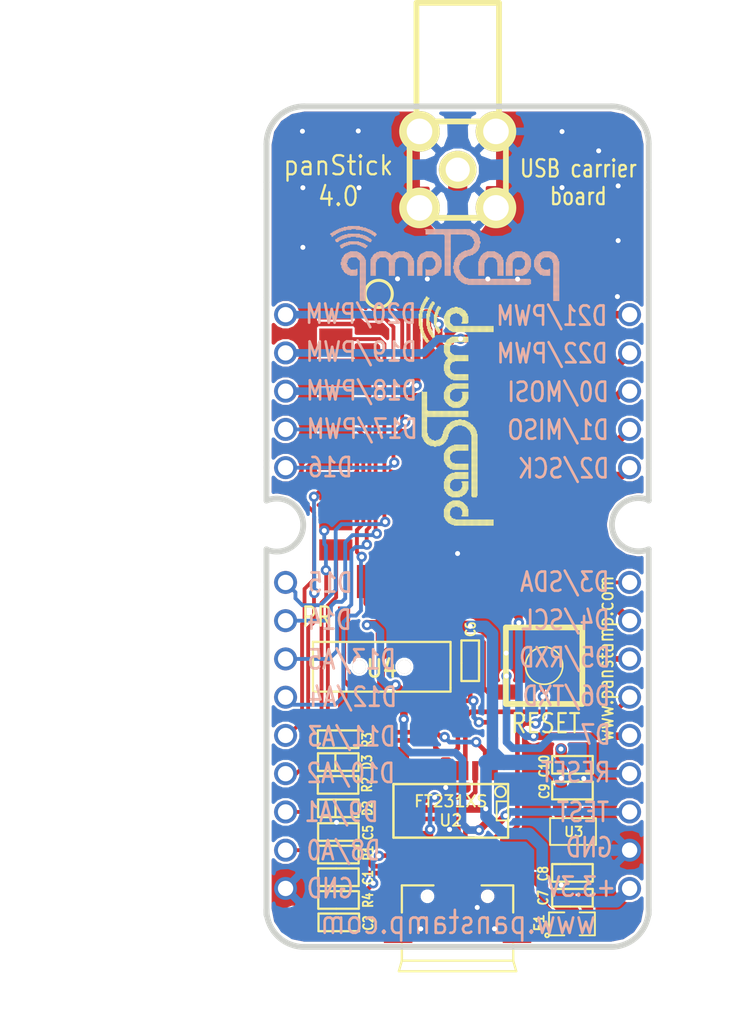
<source format=kicad_pcb>
(kicad_pcb (version 4) (host pcbnew 4.1.0-alpha+201605091531+6781~44~ubuntu14.04.1-product)
  (title_block (title "USB carrier board for panStamp, aka panStick") (date "25 Feb 2015") (rev 4.0) (company panStamp))
  (layers (0 Front signal) (31 Back signal) (34 B.Paste user) (35 F.Paste user) (36 B.SilkS user) (37 F.SilkS user) (38 B.Mask user) (39 F.Mask user) (44 Edge.Cuts user))
  (net 0 "")
  (net 1 +3.3V)
  (net 2 /D0)
  (net 3 /D1)
  (net 4 /D14)
  (net 5 /D15)
  (net 6 /D16)
  (net 7 /D17)
  (net 8 /D18)
  (net 9 /D2)
  (net 10 /D3)
  (net 11 /D4)
  (net 12 /RESET)
  (net 13 /RXD)
  (net 14 /TEST)
  (net 15 /TXD)
  (net 16 GND)
  (net 17 "Net-(C1-Pad1)")
  (net 18 "Net-(C2-Pad1)")
  (net 19 "Net-(C7-Pad1)")
  (net 20 "Net-(D2-Pad2)")
  (net 21 "Net-(D3-Pad2)")
  (net 22 "Net-(R2-Pad1)")
  (net 23 "Net-(R3-Pad1)")
  (net 24 /D13)
  (net 25 /D12)
  (net 26 /D11)
  (net 27 /D10)
  (net 28 /D9)
  (net 29 /D8)
  (net 30 /D19)
  (net 31 /D20)
  (net 32 /D21)
  (net 33 /D22)
  (net 34 "Net-(P3-Pad4)")
  (net 35 /D7)
  (net 36 "Net-(PS1-Pad31)")
  (net 37 "Net-(C6-Pad1)")
  (net 38 /NRG_TEST)
  (net 39 /NRG_RESET)
  (net 40 "Net-(U4-Pad4)")
  (net 41 /3VINT)
  (net 42 +5V)
  (net 43 "Net-(R1-Pad2)")
  (net 44 "Net-(R4-Pad2)")
  (net 45 "Net-(U2-Pad5)")
  (net 46 "Net-(U2-Pad7)")
  (net 47 "Net-(U2-Pad8)")
  (net 48 "Net-(U2-Pad9)")
  (net 49 "Net-(U2-Pad18)")
  (net 50 "Net-(U2-Pad19)")
  (module PANSTAMP_2 (layer Front) (at 174.96 86.15038)
    (fp_text reference PS1 hide)
    (fp_text value PANSTAMP_NRG2 hide)
    (pad 1 smd rect (at -8.1 -9) (size 2.2 1.4) (layers Front F.Mask) (net 7 /D17))
    (pad 2 smd rect (at -8.1 -7) (size 2.2 1.4) (layers Front F.Mask) (net 6 /D16))
    (pad 3 smd rect (at -8.1 -5) (size 2.2 1.4) (layers Front F.Mask) (net 5 /D15))
    (pad 4 smd rect (at -8.1 -3) (size 2.2 1.4) (layers Front F.Mask) (net 4 /D14))
    (pad 5 smd rect (at -8.1 -1) (size 2.2 1.4) (layers Front F.Mask) (net 24 /D13))
    (pad 6 smd rect (at -8.1 1) (size 2.2 1.4) (layers Front F.Mask) (net 25 /D12))
    (pad 7 smd rect (at -8.1 3) (size 2.2 1.4) (layers Front F.Mask) (net 26 /D11))
    (pad 8 smd rect (at -8.1 5) (size 2.2 1.4) (layers Front F.Mask) (net 27 /D10))
    (pad 9 smd rect (at -8.1 7) (size 2.2 1.4) (layers Front F.Mask) (net 28 /D9))
    (pad 10 smd rect (at -8.1 9) (size 2.2 1.4) (layers Front F.Mask) (net 29 /D8))
    (pad 11 smd rect (at -6 11.1 90) (size 2.2 1.4) (layers Front F.Mask) (net 38 /NRG_TEST))
    (pad 12 smd rect (at -4 11.1 90) (size 2.2 1.4) (layers Front F.Mask) (net 39 /NRG_RESET))
    (pad 13 smd rect (at -2 11.1 90) (size 2.2 1.4) (layers Front F.Mask) (net 1 +3.3V))
    (pad 14 smd rect (at 0 11.1 90) (size 2.2 1.4) (layers Front F.Mask) (net 16 GND))
    (pad 15 smd rect (at 2 11.1 90) (size 2.2 1.4) (layers Front F.Mask) (net 35 /D7))
    (pad 16 smd rect (at 4 11.1 90) (size 2.2 1.4) (layers Front F.Mask) (net 15 /TXD))
    (pad 17 smd rect (at 6 11.1 90) (size 2.2 1.4) (layers Front F.Mask) (net 13 /RXD))
    (pad 18 smd rect (at 8.1 9) (size 2.2 1.4) (layers Front F.Mask) (net 11 /D4))
    (pad 19 smd rect (at 8.1 7) (size 2.2 1.4) (layers Front F.Mask) (net 10 /D3))
    (pad 20 smd rect (at 8.1 5) (size 2.2 1.4) (layers Front F.Mask) (net 9 /D2))
    (pad 21 smd rect (at 8.1 3) (size 2.2 1.4) (layers Front F.Mask) (net 3 /D1))
    (pad 22 smd rect (at 8.1 1) (size 2.2 1.4) (layers Front F.Mask) (net 2 /D0))
    (pad 23 smd rect (at 8.1 -1) (size 2.2 1.4) (layers Front F.Mask) (net 33 /D22))
    (pad 24 smd rect (at 8.1 -3) (size 2.2 1.4) (layers Front F.Mask) (net 32 /D21))
    (pad 25 smd rect (at 8.1 -5) (size 2.2 1.4) (layers Front F.Mask) (net 31 /D20))
    (pad 26 smd rect (at 8.1 -7) (size 2.2 1.4) (layers Front F.Mask) (net 30 /D19))
    (pad 27 smd rect (at 8.1 -9) (size 2.2 1.4) (layers Front F.Mask) (net 8 /D18))
    (pad 28 smd rect (at 6 -11.1 90) (size 2.2 1.4) (layers Front F.Mask) (net 16 GND))
    (pad 29 smd rect (at 4 -11.1 90) (size 2.2 1.4) (layers Front F.Mask) (net 16 GND))
    (pad 30 smd rect (at 2 -11.1 90) (size 2.2 1.4) (layers Front F.Mask) (net 16 GND))
    (pad 31 smd rect (at 0 -11.1 90) (size 2.2 1.4) (layers Front F.Mask) (net 36 "Net-(PS1-Pad31)"))
    (pad 32 smd rect (at -2 -11.1 90) (size 2.2 1.4) (layers Front F.Mask) (net 16 GND))
    (pad 33 smd rect (at -4 -11.1 90) (size 2.2 1.4) (layers Front F.Mask) (net 16 GND))
    (pad 34 smd rect (at -6 -11.1 90) (size 2.2 1.4) (layers Front F.Mask) (net 16 GND))
  )
  (module MICRO_USB_SOCKET (layer Front) (at 174.94758 117.6274)
    (fp_text reference P3 hide)
    (fp_text value CONN_01X05 hide)
    (pad 1 smd rect (at -1.3 0) (size 0.4 1.4) (layers Front F.Paste F.Mask) (net 42 +5V))
    (pad 2 smd rect (at -0.65 0) (size 0.4 1.4) (layers Front F.Paste F.Mask) (net 17 "Net-(C1-Pad1)"))
    (pad 3 smd rect (at 0 0) (size 0.4 1.4) (layers Front F.Paste F.Mask) (net 18 "Net-(C2-Pad1)"))
    (pad 4 smd rect (at 0.65 0) (size 0.4 1.4) (layers Front F.Paste F.Mask) (net 34 "Net-(P3-Pad4)"))
    (pad 5 smd rect (at 1.3 0) (size 0.4 1.4) (layers Front F.Paste F.Mask) (net 16 GND))
    (pad "" np_thru_hole circle (at 2 0.525) (size 0.6 0.6) (drill 0.6) (layers *.Cu *.Mask F.SilkS))
    (pad 6 smd rect (at 3.95 2.675) (size 1.9 1.9) (layers Front F.Paste F.Mask) (net 16 GND))
    (pad "" np_thru_hole circle (at -2 0.525) (size 0.6 0.6) (drill 0.6) (layers *.Cu *.Mask F.SilkS))
    (pad 7 smd rect (at -3.95 2.675) (size 1.9 1.9) (layers Front F.Paste F.Mask) (net 16 GND))
  )
  (module SSOP20 (layer Front) (at 174.498 112.47882 180)
    (fp_text reference U2 (at 0 -0.635 180) (layer F.SilkS) (effects (font (size 0.762 0.762) (thickness 0.127))))
    (fp_text value FT231XS (at 0 0.635 180) (layer F.SilkS) (effects (font (size 0.762 0.762) (thickness 0.127))))
    (pad 1 smd rect (at -2.921 2.667 180) (size 0.4064 1.27) (layers Front F.Paste F.Mask) (net 12 /RESET))
    (pad 2 smd rect (at -2.286 2.667 180) (size 0.4064 1.27) (layers Front F.Paste F.Mask) (net 14 /TEST))
    (pad 3 smd rect (at -1.6256 2.667 180) (size 0.4064 1.27) (layers Front F.Paste F.Mask) (net 41 /3VINT))
    (pad 4 smd rect (at -0.9652 2.667 180) (size 0.4064 1.27) (layers Front F.Paste F.Mask) (net 15 /TXD))
    (pad 5 smd rect (at -0.3302 2.667 180) (size 0.4064 1.27) (layers Front F.Paste F.Mask) (net 45 "Net-(U2-Pad5)"))
    (pad 6 smd rect (at 0.3302 2.667 180) (size 0.4064 1.27) (layers Front F.Paste F.Mask) (net 16 GND))
    (pad 7 smd rect (at 0.9906 2.667 180) (size 0.4064 1.27) (layers Front F.Paste F.Mask) (net 46 "Net-(U2-Pad7)"))
    (pad 8 smd rect (at 1.6256 2.667 180) (size 0.4064 1.27) (layers Front F.Paste F.Mask) (net 47 "Net-(U2-Pad8)"))
    (pad 9 smd rect (at 2.286 2.667 180) (size 0.4064 1.27) (layers Front F.Paste F.Mask) (net 48 "Net-(U2-Pad9)"))
    (pad 10 smd rect (at 2.921 2.667 180) (size 0.4064 1.27) (layers Front F.Paste F.Mask) (net 23 "Net-(R3-Pad1)"))
    (pad 11 smd rect (at 2.921 -2.667 180) (size 0.4064 1.27) (layers Front F.Paste F.Mask) (net 44 "Net-(R4-Pad2)"))
    (pad 12 smd rect (at 2.286 -2.667 180) (size 0.4064 1.27) (layers Front F.Paste F.Mask) (net 43 "Net-(R1-Pad2)"))
    (pad 13 smd rect (at 1.6256 -2.667 180) (size 0.4064 1.27) (layers Front F.Paste F.Mask) (net 41 /3VINT))
    (pad 14 smd rect (at 0.9906 -2.667 180) (size 0.4064 1.27) (layers Front F.Paste F.Mask) (net 41 /3VINT))
    (pad 15 smd rect (at 0.3302 -2.667 180) (size 0.4064 1.27) (layers Front F.Paste F.Mask) (net 42 +5V))
    (pad 16 smd rect (at -0.3302 -2.667 180) (size 0.4064 1.27) (layers Front F.Paste F.Mask) (net 16 GND))
    (pad 17 smd rect (at -0.9652 -2.667 180) (size 0.4064 1.27) (layers Front F.Paste F.Mask) (net 22 "Net-(R2-Pad1)"))
    (pad 18 smd rect (at -1.6256 -2.667 180) (size 0.4064 1.27) (layers Front F.Paste F.Mask) (net 49 "Net-(U2-Pad18)"))
    (pad 19 smd rect (at -2.286 -2.667 180) (size 0.4064 1.27) (layers Front F.Paste F.Mask) (net 50 "Net-(U2-Pad19)"))
    (pad 20 smd rect (at -2.921 -2.667 180) (size 0.4064 1.27) (layers Front F.Paste F.Mask) (net 13 /RXD))
  )
  (module SM0603S (layer Front) (at 167.01008 107.7214 180)
    (fp_text reference R3 (at -1.94 -0.05 90) (layer F.SilkS) (effects (font (size 0.635 0.508) (thickness 0.127))))
    (fp_text value 1k hide)
    (pad 2 smd rect (at 0.7493 0 180) (size 0.7874 0.762) (layers Front F.Paste F.Mask) (net 21 "Net-(D3-Pad2)"))
    (pad 1 smd rect (at -0.7493 0 180) (size 0.7874 0.762) (layers Front F.Paste F.Mask) (net 23 "Net-(R3-Pad1)"))
  )
  (module SM0603S (layer Front) (at 167.01008 110.75416 180)
    (fp_text reference R2 (at -1.9248 0.01 270) (layer F.SilkS) (effects (font (size 0.635 0.508) (thickness 0.127))))
    (fp_text value 1k hide)
    (pad 2 smd rect (at 0.7493 0 180) (size 0.7874 0.762) (layers Front F.Paste F.Mask) (net 20 "Net-(D2-Pad2)"))
    (pad 1 smd rect (at -0.7493 0 180) (size 0.7874 0.762) (layers Front F.Paste F.Mask) (net 22 "Net-(R2-Pad1)"))
  )
  (module SM0603S (layer Front) (at 167.0304 113.88344 180)
    (fp_text reference C5 (at -1.97612 -0.03556 270) (layer F.SilkS) (effects (font (size 0.635 0.508) (thickness 0.127))))
    (fp_text value 100n hide)
    (pad 2 smd rect (at 0.7493 0 180) (size 0.7874 0.762) (layers Front F.Paste F.Mask) (net 16 GND))
    (pad 1 smd rect (at -0.7493 0 180) (size 0.7874 0.762) (layers Front F.Paste F.Mask) (net 41 /3VINT))
  )
  (module SM0603S (layer Front) (at 167.0552 119.88344 180)
    (fp_text reference C2 (at -1.9648 -0.0466 270) (layer F.SilkS) (effects (font (size 0.635 0.508) (thickness 0.127))))
    (fp_text value 47p hide)
    (pad 2 smd rect (at 0.7493 0 180) (size 0.7874 0.762) (layers Front F.Paste F.Mask) (net 16 GND))
    (pad 1 smd rect (at -0.7493 0 180) (size 0.7874 0.762) (layers Front F.Paste F.Mask) (net 18 "Net-(C2-Pad1)"))
  )
  (module SM0603S (layer Front) (at 167.0304 116.88572 180)
    (fp_text reference C1 (at -1.9648 -0.0254 270) (layer F.SilkS) (effects (font (size 0.635 0.508) (thickness 0.127))))
    (fp_text value 47p hide)
    (pad 2 smd rect (at 0.7493 0 180) (size 0.7874 0.762) (layers Front F.Paste F.Mask) (net 16 GND))
    (pad 1 smd rect (at -0.7493 0 180) (size 0.7874 0.762) (layers Front F.Paste F.Mask) (net 17 "Net-(C1-Pad1)"))
  )
  (module SM0603S (layer Front) (at 182.5838 109.42038)
    (fp_text reference C10 (at -1.8738 0.09 90) (layer F.SilkS) (effects (font (size 0.635 0.508) (thickness 0.127))))
    (fp_text value 100n hide)
    (pad 2 smd rect (at 0.7493 0) (size 0.7874 0.762) (layers Front F.Paste F.Mask) (net 16 GND))
    (pad 1 smd rect (at -0.7493 0) (size 0.7874 0.762) (layers Front F.Paste F.Mask) (net 1 +3.3V))
  )
  (module SM0603S (layer Front) (at 182.5838 111.13038)
    (fp_text reference C9 (at -1.8638 0.05 90) (layer F.SilkS) (effects (font (size 0.635 0.508) (thickness 0.127))))
    (fp_text value 1u hide)
    (pad 2 smd rect (at 0.7493 0) (size 0.7874 0.762) (layers Front F.Paste F.Mask) (net 16 GND))
    (pad 1 smd rect (at -0.7493 0) (size 0.7874 0.762) (layers Front F.Paste F.Mask) (net 1 +3.3V))
  )
  (module SM0603S (layer Front) (at 182.5838 116.59678 180)
    (fp_text reference C8 (at 1.9438 -0.0536 270) (layer F.SilkS) (effects (font (size 0.635 0.508) (thickness 0.127))))
    (fp_text value 1u hide)
    (pad 2 smd rect (at 0.7493 0 180) (size 0.7874 0.762) (layers Front F.Paste F.Mask) (net 16 GND))
    (pad 1 smd rect (at -0.7493 0 180) (size 0.7874 0.762) (layers Front F.Paste F.Mask) (net 19 "Net-(C7-Pad1)"))
  )
  (module SM0603S (layer Front) (at 182.5838 118.24778 180)
    (fp_text reference C7 (at 1.9438 -0.0026 270) (layer F.SilkS) (effects (font (size 0.635 0.508) (thickness 0.127))))
    (fp_text value 10u hide)
    (pad 2 smd rect (at 0.7493 0 180) (size 0.7874 0.762) (layers Front F.Paste F.Mask) (net 16 GND))
    (pad 1 smd rect (at -0.7493 0 180) (size 0.7874 0.762) (layers Front F.Paste F.Mask) (net 19 "Net-(C7-Pad1)"))
  )
  (module SM0805 (layer Front) (at 182.5498 119.98198)
    (fp_text reference F1 (at -2.17 -0.07 90) (layer F.SilkS) (effects (font (size 0.635 0.635) (thickness 0.127))))
    (fp_text value "PTC 500mA" hide)
    (pad 1 smd rect (at -0.9525 0) (size 0.889 1.397) (layers Front F.Paste F.Mask) (net 42 +5V))
    (pad 2 smd rect (at 0.9525 0) (size 0.889 1.397) (layers Front F.Paste F.Mask) (net 19 "Net-(C7-Pad1)"))
  )
  (module SM0603S_POL (layer Front) (at 167.02532 112.30864 180)
    (fp_text reference D2 (at -1.94056 0 90) (layer F.SilkS) (effects (font (size 0.635 0.508) (thickness 0.127))))
    (fp_text value LED hide)
    (pad 2 smd rect (at 0.7493 0 180) (size 0.7874 0.762) (layers Front F.Paste F.Mask) (net 20 "Net-(D2-Pad2)"))
    (pad 1 smd rect (at -0.7493 0 180) (size 0.7874 0.762) (layers Front F.Paste F.Mask) (net 1 +3.3V))
  )
  (module SM0603S_POL (layer Front) (at 167.02024 109.24032 180)
    (fp_text reference D3 (at -1.91516 -0.00508 270) (layer F.SilkS) (effects (font (size 0.635 0.508) (thickness 0.127))))
    (fp_text value LED hide)
    (pad 2 smd rect (at 0.7493 0 180) (size 0.7874 0.762) (layers Front F.Paste F.Mask) (net 21 "Net-(D3-Pad2)"))
    (pad 1 smd rect (at -0.7493 0 180) (size 0.7874 0.762) (layers Front F.Paste F.Mask) (net 1 +3.3V))
  )
  (module myconnectors:pin_array_1x14 (layer Front) (at 163.52 101.32 270)
    (fp_text reference P1 hide)
    (fp_text value CONN_01X14 hide)
    (pad 1 thru_hole circle (at -21.79 0 270) (size 1.524 1.524) (drill 1.016) (layers *.Cu *.Mask) (net 31 /D20))
    (pad 2 thru_hole circle (at -19.25 0 270) (size 1.524 1.524) (drill 1.016) (layers *.Cu *.Mask) (net 30 /D19))
    (pad 3 thru_hole circle (at -16.71 0 270) (size 1.524 1.524) (drill 1.016) (layers *.Cu *.Mask) (net 8 /D18))
    (pad 4 thru_hole circle (at -14.17 0 270) (size 1.524 1.524) (drill 1.016) (layers *.Cu *.Mask) (net 7 /D17))
    (pad 5 thru_hole circle (at -11.63 0 270) (size 1.524 1.524) (drill 1.016) (layers *.Cu *.Mask) (net 6 /D16))
    (pad 6 thru_hole circle (at -4.01 0 270) (size 1.524 1.524) (drill 1.016) (layers *.Cu *.Mask) (net 5 /D15))
    (pad 7 thru_hole circle (at -1.47 0 270) (size 1.524 1.524) (drill 1.016) (layers *.Cu *.Mask) (net 4 /D14))
    (pad 8 thru_hole circle (at 1.07 0 270) (size 1.524 1.524) (drill 1.016) (layers *.Cu *.Mask) (net 24 /D13))
    (pad 9 thru_hole circle (at 3.61 0 270) (size 1.524 1.524) (drill 1.016) (layers *.Cu *.Mask) (net 25 /D12))
    (pad 10 thru_hole circle (at 6.15 0 270) (size 1.524 1.524) (drill 1.016) (layers *.Cu *.Mask) (net 26 /D11))
    (pad 11 thru_hole circle (at 8.69 0 270) (size 1.524 1.524) (drill 1.016) (layers *.Cu *.Mask) (net 27 /D10))
    (pad 12 thru_hole circle (at 11.23 0 270) (size 1.524 1.524) (drill 1.016) (layers *.Cu *.Mask) (net 28 /D9))
    (pad 13 thru_hole circle (at 13.77 0 270) (size 1.524 1.524) (drill 1.016) (layers *.Cu *.Mask) (net 29 /D8))
    (pad 14 thru_hole circle (at 16.31 0 270) (size 1.524 1.524) (drill 1.016) (layers *.Cu *.Mask) (net 16 GND))
  )
  (module myconnectors:pin_array_1x14 (layer Front) (at 186.38 101.82038 270)
    (fp_text reference P2 hide)
    (fp_text value CONN_01X14 hide)
    (pad 1 thru_hole circle (at -22.29038 0 270) (size 1.524 1.524) (drill 1.016) (layers *.Cu *.Mask) (net 32 /D21))
    (pad 2 thru_hole circle (at -19.75038 0 270) (size 1.524 1.524) (drill 1.016) (layers *.Cu *.Mask) (net 33 /D22))
    (pad 3 thru_hole circle (at -17.21038 0 270) (size 1.524 1.524) (drill 1.016) (layers *.Cu *.Mask) (net 2 /D0))
    (pad 4 thru_hole circle (at -14.67038 0 270) (size 1.524 1.524) (drill 1.016) (layers *.Cu *.Mask) (net 3 /D1))
    (pad 5 thru_hole circle (at -12.13038 0 270) (size 1.524 1.524) (drill 1.016) (layers *.Cu *.Mask) (net 9 /D2))
    (pad 6 thru_hole circle (at -4.51038 0 270) (size 1.524 1.524) (drill 1.016) (layers *.Cu *.Mask) (net 10 /D3))
    (pad 7 thru_hole circle (at -1.97038 0 270) (size 1.524 1.524) (drill 1.016) (layers *.Cu *.Mask) (net 11 /D4))
    (pad 8 thru_hole circle (at 0.56962 0 270) (size 1.524 1.524) (drill 1.016) (layers *.Cu *.Mask) (net 13 /RXD))
    (pad 9 thru_hole circle (at 3.10962 0 270) (size 1.524 1.524) (drill 1.016) (layers *.Cu *.Mask) (net 15 /TXD))
    (pad 10 thru_hole circle (at 5.64962 0 270) (size 1.524 1.524) (drill 1.016) (layers *.Cu *.Mask) (net 35 /D7))
    (pad 11 thru_hole circle (at 8.18962 0 270) (size 1.524 1.524) (drill 1.016) (layers *.Cu *.Mask) (net 39 /NRG_RESET))
    (pad 12 thru_hole circle (at 10.72962 0 270) (size 1.524 1.524) (drill 1.016) (layers *.Cu *.Mask) (net 38 /NRG_TEST))
    (pad 13 thru_hole circle (at 13.26962 0 270) (size 1.524 1.524) (drill 1.016) (layers *.Cu *.Mask) (net 16 GND))
    (pad 14 thru_hole circle (at 15.80962 0 270) (size 1.524 1.524) (drill 1.016) (layers *.Cu *.Mask) (net 1 +3.3V))
  )
  (module old_mymods:PANSTAMPLOGO (layer Front) (at 172.06 93.54038 90)
    (fp_text reference G*** hide)
    (fp_text value PANSTAMPLOGO hide)
  )
  (module mysmd:SM0603S (layer Front) (at 175.79 102.51038 270)
    (fp_text reference C6 (at -2.09 -0.03 270) (layer F.SilkS) (effects (font (size 0.635 0.508) (thickness 0.127))))
    (fp_text value 100n hide)
    (pad 2 smd rect (at 0.7493 0 270) (size 0.7874 0.762) (layers Front F.Paste F.Mask) (net 12 /RESET))
    (pad 1 smd rect (at -0.7493 0 270) (size 0.7874 0.762) (layers Front F.Paste F.Mask) (net 37 "Net-(C6-Pad1)"))
  )
  (module mysmd:switch-tact-noah (layer Front) (at 180.7 102.84038)
    (fp_text reference SW1 hide)
    (fp_text value SW_PUSH_SMALL hide)
    (pad 1 smd rect (at -2.49936 -1.75006) (size 1.99898 1.00076) (layers Front F.Paste F.Mask) (net 16 GND))
    (pad 3 smd rect (at 2.49936 -1.75006) (size 1.99898 1.00076) (layers Front F.Paste F.Mask))
    (pad 2 smd rect (at -2.49936 1.75006) (size 1.99898 1.00076) (layers Front F.Paste F.Mask) (net 39 /NRG_RESET))
    (pad 4 smd rect (at 2.49936 1.75006) (size 1.99898 1.00076) (layers Front F.Paste F.Mask))
  )
  (module LY-SK10 (layer Front) (at 169.91 102.91038)
    (fp_text reference U4 (at 0 0.127) (layer F.SilkS) (effects (font (size 1.143 1.016) (thickness 0.1778))))
    (fp_text value LY-SK10 hide)
    (pad 1 smd rect (at -2.5 2.85) (size 0.8 2.3) (layers Front F.Paste F.Mask) (net 12 /RESET))
    (pad 2 smd rect (at 0 2.85) (size 0.8 2.3) (layers Front F.Paste F.Mask) (net 39 /NRG_RESET))
    (pad 3 smd rect (at 2.5 2.85) (size 0.8 2.3) (layers Front F.Paste F.Mask) (net 37 "Net-(C6-Pad1)"))
    (pad 4 smd rect (at 2.5 -2.85) (size 0.8 2.3) (layers Front F.Paste F.Mask) (net 40 "Net-(U4-Pad4)"))
    (pad 5 smd rect (at 0 -2.85) (size 0.8 2.3) (layers Front F.Paste F.Mask) (net 38 /NRG_TEST))
    (pad 6 smd rect (at -2.5 -2.85) (size 0.8 2.3) (layers Front F.Paste F.Mask) (net 14 /TEST))
    (pad "" thru_hole circle (at -1.5 0) (size 0.9 0.9) (drill 0.9) (layers *.Cu *.Mask F.SilkS))
    (pad "" thru_hole circle (at 1.5 0) (size 0.9 0.9) (drill 0.9) (layers *.Cu *.Mask F.SilkS))
  )
  (module old_mymods:PANSTAMPLOGO (layer Back) (at 181.71 73.34038 180)
    (fp_text reference G*** hide)
    (fp_text value PANSTAMPLOGO hide)
  )
  (module myconnectors:SMA_RightAngle_Tyco (layer Front) (at 174.96 69.90038)
    (fp_text reference U1 hide)
    (fp_text value ANTENNA hide)
    (pad 1 thru_hole circle (at 0 0) (size 2.49936 2.49936) (drill 1.6002) (layers *.Cu *.Mask F.SilkS) (net 36 "Net-(PS1-Pad31)"))
    (pad 2 thru_hole circle (at 2.54 -2.54) (size 2.70002 2.70002) (drill 1.69926) (layers *.Cu *.Mask F.SilkS) (net 16 GND))
    (pad 2 thru_hole circle (at -2.54 -2.54) (size 2.70002 2.70002) (drill 1.69926) (layers *.Cu *.Mask F.SilkS) (net 16 GND))
    (pad 2 thru_hole circle (at -2.54 2.54) (size 2.70002 2.70002) (drill 1.69926) (layers *.Cu *.Mask F.SilkS) (net 16 GND))
    (pad 2 thru_hole circle (at 2.54 2.54) (size 2.70002 2.70002) (drill 1.69926) (layers *.Cu *.Mask F.SilkS) (net 16 GND))
  )
  (module libcms:SOT23-5 (layer Front) (at 182.62 113.85038)
    (fp_text reference U3 (at 0.05 0.02 180) (layer F.SilkS) (effects (font (size 0.635 0.635) (thickness 0.127))))
    (fp_text value AP7365-33 hide)
    (pad 1 smd rect (at -0.9525 1.27) (size 0.508 0.762) (layers Front F.Paste F.Mask) (net 19 "Net-(C7-Pad1)"))
    (pad 3 smd rect (at 0.9525 1.27) (size 0.508 0.762) (layers Front F.Paste F.Mask) (net 19 "Net-(C7-Pad1)"))
    (pad 5 smd rect (at -0.9525 -1.27) (size 0.508 0.762) (layers Front F.Paste F.Mask) (net 1 +3.3V))
    (pad 2 smd rect (at 0 1.27) (size 0.508 0.762) (layers Front F.Paste F.Mask) (net 16 GND))
    (pad 4 smd rect (at 0.9525 -1.27) (size 0.508 0.762) (layers Front F.Paste F.Mask))
  )
  (module mysmd:SM0603S (layer Front) (at 167.0304 115.38204 180)
    (fp_text reference R1 (at -1.9812 0.09652 270) (layer F.SilkS) (effects (font (size 0.635 0.508) (thickness 0.127))))
    (fp_text value 27 hide)
    (pad 2 smd rect (at 0.7493 0 180) (size 0.7874 0.762) (layers Front F.Paste F.Mask) (net 43 "Net-(R1-Pad2)"))
    (pad 1 smd rect (at -0.7493 0 180) (size 0.7874 0.762) (layers Front F.Paste F.Mask) (net 17 "Net-(C1-Pad1)"))
  )
  (module mysmd:SM0603S (layer Front) (at 167.04056 118.39448 180)
    (fp_text reference R4 (at -1.96596 -0.02032 270) (layer F.SilkS) (effects (font (size 0.635 0.508) (thickness 0.127))))
    (fp_text value 27 hide)
    (pad 2 smd rect (at 0.7493 0 180) (size 0.7874 0.762) (layers Front F.Paste F.Mask) (net 44 "Net-(R4-Pad2)"))
    (pad 1 smd rect (at -0.7493 0 180) (size 0.7874 0.762) (layers Front F.Paste F.Mask) (net 18 "Net-(C2-Pad1)"))
  )
  (module mymods:fiducial (layer Front) (at 164.125 119.775)
    (fp_text reference fiducial hide)
    (fp_text value VAL** hide)
    (pad 1 smd circle (at 0 0) (size 1 1) (layers Front F.Mask) (clearance 0.5))
  )
  (module mymods:fiducial (layer Front) (at 185.775 67.575)
    (fp_text reference fiducial hide)
    (fp_text value VAL** hide)
    (pad 1 smd circle (at 0 0) (size 1 1) (layers Front F.Mask) (clearance 0.5))
  )
  (gr_line (start 187.65012 68.19646) (end 187.64758 68.19646) (angle 90) (layer Edge.Cuts) (width 0.381))
  (gr_line (start 187.65012 70.73646) (end 187.65012 68.19646) (angle 90) (layer Edge.Cuts) (width 0.381))
  (gr_line (start 162.25012 68.20916) (end 162.24758 68.20916) (angle 90) (layer Edge.Cuts) (width 0.381))
  (gr_line (start 162.25012 70.74662) (end 162.25012 68.20916) (angle 90) (layer Edge.Cuts) (width 0.381))
  (gr_arc (start 186.97448 93.47708) (end 187.6552 95.10776) (angle 225.5) (layer Edge.Cuts) (width 0.381))
  (gr_arc (start 162.93592 93.50248) (end 162.25012 91.88196) (angle 225) (layer Edge.Cuts) (width 0.381))
  (gr_line (start 162.25012 95.1103) (end 162.25266 95.1103) (angle 90) (layer Edge.Cuts) (width 0.381))
  (gr_line (start 162.25012 97.31248) (end 162.25012 95.1103) (angle 90) (layer Edge.Cuts) (width 0.381))
  (gr_line (start 162.25012 89.64422) (end 162.25012 91.88196) (angle 90) (layer Edge.Cuts) (width 0.381))
  (gr_line (start 187.65012 95.11792) (end 187.64758 95.11792) (angle 90) (layer Edge.Cuts) (width 0.381))
  (gr_line (start 187.65012 97.23882) (end 187.65012 95.11792) (angle 90) (layer Edge.Cuts) (width 0.381))
  (gr_line (start 187.65012 91.87942) (end 187.64504 91.87942) (angle 90) (layer Edge.Cuts) (width 0.381))
  (gr_line (start 187.65012 89.76106) (end 187.65012 91.87942) (angle 90) (layer Edge.Cuts) (width 0.381))
  (gr_text RESET (at 180.81244 106.67746) (layer F.SilkS) (effects (font (size 1.27 1.016) (thickness 0.1524))))
  (gr_text PR (at 165.61 99.6) (layer F.SilkS) (effects (font (size 1.27 1.016) (thickness 0.1524))))
  (gr_text D18/PWM (at 168.57 84.58) (layer B.SilkS) (effects (font (size 1.27 1.016) (thickness 0.1778)) (justify mirror)))
  (gr_line (start 162.25 97.78) (end 162.25 97.29) (angle 90) (layer Edge.Cuts) (width 0.381))
  (gr_line (start 162.25 89.21) (end 162.25 89.73) (angle 90) (layer Edge.Cuts) (width 0.381))
  (gr_line (start 187.65 89.28) (end 187.65 89.75) (angle 90) (layer Edge.Cuts) (width 0.381))
  (gr_line (start 187.65 97.81) (end 187.65 97.23) (angle 90) (layer Edge.Cuts) (width 0.381))
  (gr_line (start 187.65 78.37) (end 187.65 89.26) (angle 90) (layer Edge.Cuts) (width 0.381))
  (gr_line (start 187.65 98.22) (end 187.65 97.82) (angle 90) (layer Edge.Cuts) (width 0.381))
  (gr_line (start 162.25 78.39) (end 162.25 89.24) (angle 90) (layer Edge.Cuts) (width 0.381))
  (gr_line (start 162.25 98.27) (end 162.25 97.79) (angle 90) (layer Edge.Cuts) (width 0.381))
  (gr_line (start 187.65 118.93) (end 187.65 98.24) (angle 90) (layer Edge.Cuts) (width 0.381))
  (gr_line (start 162.25 98.3) (end 162.25 119.4) (angle 90) (layer Edge.Cuts) (width 0.381))
  (gr_text "panStick\n4.0" (at 167.025 70.65) (layer F.SilkS) (effects (font (size 1.27 1.143) (thickness 0.1524))))
  (gr_text "USB carrier\nboard" (at 182.975 70.75) (layer F.SilkS) (effects (font (size 1.143 0.889) (thickness 0.1524))))
  (gr_line (start 187.65 70.73) (end 187.65 71.27) (angle 90) (layer Edge.Cuts) (width 0.381))
  (gr_line (start 162.25 70.73) (end 162.25 71.22) (angle 90) (layer Edge.Cuts) (width 0.381))
  (gr_line (start 162.25 119.04) (end 162.25 119.36) (angle 90) (layer Edge.Cuts) (width 0.381))
  (gr_line (start 187.65 119.36) (end 187.64 119.36) (angle 90) (layer Edge.Cuts) (width 0.381))
  (gr_line (start 187.65 118.95) (end 187.65 119.36) (angle 90) (layer Edge.Cuts) (width 0.381))
  (gr_text D10/A2 (at 167.85 109.98) (layer B.SilkS) (effects (font (size 1.27 1.016) (thickness 0.1778)) (justify mirror)))
  (gr_text D21/PWM (at 181.21 79.61) (layer B.SilkS) (effects (font (size 1.27 1.016) (thickness 0.1778)) (justify mirror)))
  (gr_line (start 162.25 78.37) (end 162.25 71.21) (angle 90) (layer Edge.Cuts) (width 0.381))
  (gr_line (start 187.65 78.37) (end 187.65 71.23) (angle 90) (layer Edge.Cuts) (width 0.381))
  (gr_text www.panstamp.com (at 184.79 102.36 90) (layer F.SilkS) (effects (font (size 1.016 0.762) (thickness 0.127))))
  (gr_line (start 164.78 65.7) (end 185.14 65.7) (angle 90) (layer Edge.Cuts) (width 0.381))
  (gr_arc (start 185.16 68.1853) (end 185.16 65.6953) (angle 90) (layer Edge.Cuts) (width 0.381))
  (gr_arc (start 164.75 68.1953) (end 162.25 68.1953) (angle 90) (layer Edge.Cuts) (width 0.381))
  (gr_line (start 185.15 121.51) (end 164.74 121.51) (angle 90) (layer Edge.Cuts) (width 0.381))
  (gr_arc (start 185.15254 119.01282) (end 187.65254 119.01282) (angle 90) (layer Edge.Cuts) (width 0.381))
  (gr_arc (start 164.75 119.01282) (end 164.75 121.51282) (angle 90) (layer Edge.Cuts) (width 0.381))
  (gr_text GND (at 166.49 117.63) (layer B.SilkS) (effects (font (size 1.27 1.016) (thickness 0.1778)) (justify mirror)))
  (gr_text D2/SCK (at 181.99 89.75) (layer B.SilkS) (effects (font (size 1.27 1.016) (thickness 0.1778)) (justify mirror)))
  (gr_text GND (at 183.69 114.91) (layer B.SilkS) (effects (font (size 1.27 1.016) (thickness 0.1778)) (justify mirror)))
  (gr_text D7 (at 184.12 107.43) (layer B.SilkS) (effects (font (size 1.27 1.016) (thickness 0.1778)) (justify mirror)))
  (gr_text D6/TXD (at 182.18 104.86) (layer B.SilkS) (effects (font (size 1.27 1.016) (thickness 0.1778)) (justify mirror)))
  (gr_text RESET (at 182.8 109.93) (layer B.SilkS) (effects (font (size 1.27 1.016) (thickness 0.1778)) (justify mirror)))
  (gr_text D5/RXD (at 182.07 102.3) (layer B.SilkS) (effects (font (size 1.27 1.016) (thickness 0.1778)) (justify mirror)))
  (gr_text D22/PWM (at 181.24 82.11) (layer B.SilkS) (effects (font (size 1.27 1.016) (thickness 0.1778)) (justify mirror)))
  (gr_text D3/SDA (at 182.07 97.28) (layer B.SilkS) (effects (font (size 1.27 1.016) (thickness 0.1778)) (justify mirror)))
  (gr_text D4/SCL (at 182.12 99.81) (layer B.SilkS) (effects (font (size 1.27 1.016) (thickness 0.1778)) (justify mirror)))
  (gr_text D1/MISO (at 181.63 87.19) (layer B.SilkS) (effects (font (size 1.27 1.016) (thickness 0.1778)) (justify mirror)))
  (gr_text D0/MOSI (at 181.63 84.67) (layer B.SilkS) (effects (font (size 1.27 1.016) (thickness 0.1778)) (justify mirror)))
  (gr_text D16 (at 166.49 89.67) (layer B.SilkS) (effects (font (size 1.27 1.016) (thickness 0.1778)) (justify mirror)))
  (gr_text D15 (at 166.49 97.34) (layer B.SilkS) (effects (font (size 1.27 1.016) (thickness 0.1778)) (justify mirror)))
  (gr_text D12/A4 (at 167.99 104.92) (layer B.SilkS) (effects (font (size 1.27 1.016) (thickness 0.1778)) (justify mirror)))
  (gr_text D13/A5 (at 167.91 102.44) (layer B.SilkS) (effects (font (size 1.27 1.016) (thickness 0.1778)) (justify mirror)))
  (gr_text D19/PWM (at 168.55 82) (layer B.SilkS) (effects (font (size 1.27 1.016) (thickness 0.1778)) (justify mirror)))
  (gr_text D14 (at 166.42 99.8) (layer B.SilkS) (effects (font (size 1.27 1.016) (thickness 0.1778)) (justify mirror)))
  (gr_text D17/PWM (at 168.61 87.12) (layer B.SilkS) (effects (font (size 1.27 1.016) (thickness 0.1778)) (justify mirror)))
  (gr_text D11/A3 (at 167.9 107.55) (layer B.SilkS) (effects (font (size 1.27 1.016) (thickness 0.1778)) (justify mirror)))
  (gr_text D8/A0 (at 167.37 115.11) (layer B.SilkS) (effects (font (size 1.27 1.016) (thickness 0.1778)) (justify mirror)))
  (gr_text D9/A1 (at 167.24 112.56) (layer B.SilkS) (effects (font (size 1.27 1.016) (thickness 0.1778)) (justify mirror)))
  (gr_text D20/PWM (at 168.52 79.48) (layer B.SilkS) (effects (font (size 1.27 1.016) (thickness 0.1778)) (justify mirror)))
  (gr_text TEST (at 183.28 112.57) (layer B.SilkS) (effects (font (size 1.27 1.016) (thickness 0.1778)) (justify mirror)))
  (gr_text +3.3V (at 183.18 117.53) (layer B.SilkS) (effects (font (size 1.27 1.016) (thickness 0.1778)) (justify mirror)))
  (gr_text www.panstamp.com (at 174.98 119.88) (layer B.SilkS) (effects (font (size 1.524 1.27) (thickness 0.1778)) (justify mirror)))
  (segment (start 167.76954 109.24032) (end 167.50284 109.24032) (width 0.381) (layer Front) (net 1))
  (segment (start 167.50284 109.24032) (end 167.0177 109.72546) (width 0.381) (layer Front) (net 1))
  (segment (start 167.0177 111.55172) (end 167.77462 112.30864) (width 0.381) (layer Front) (net 1))
  (segment (start 167.0177 109.72546) (end 167.0177 111.55172) (width 0.381) (layer Front) (net 1))
  (segment (start 169.799 110.89386) (end 169.799 109.73816) (width 0.508) (layer Front) (net 1))
  (segment (start 169.30116 109.24032) (end 167.76954 109.24032) (width 0.508) (layer Front) (net 1))
  (segment (start 169.799 109.73816) (end 169.30116 109.24032) (width 0.508) (layer Front) (net 1))
  (segment (start 184.21858 118.51038) (end 185.49962 118.51038) (width 0.762) (layer Back) (net 1))
  (segment (start 185.49962 118.51038) (end 186.38 117.63) (width 0.762) (layer Back) (net 1))
  (segment (start 177.2666 107.66806) (end 177.2666 108.83378) (width 0.762) (layer Back) (net 1))
  (segment (start 177.2666 108.83378) (end 176.84 109.26038) (width 0.762) (layer Back) (net 1))
  (segment (start 175.79 100.23038) (end 176.7936 100.23038) (width 0.762) (layer Back) (net 1))
  (segment (start 177.2666 108.49102) (end 178.03596 109.26038) (width 0.762) (layer Back) (net 1))
  (segment (start 177.2666 100.70338) (end 177.2666 107.66806) (width 0.762) (layer Back) (net 1))
  (segment (start 177.2666 107.66806) (end 177.2666 108.49102) (width 0.762) (layer Back) (net 1))
  (segment (start 176.7936 100.23038) (end 177.2666 100.70338) (width 0.762) (layer Back) (net 1))
  (via (at 176.82464 112.34166) (size 0.6858) (layers Front Back) (net 1))
  (segment (start 176.81448 112.35182) (end 176.82464 112.34166) (width 0.508) (layer Front) (net 1))
  (segment (start 170.18 112.35182) (end 176.81448 112.35182) (width 0.508) (layer Front) (net 1))
  (segment (start 169.799 111.97082) (end 170.18 112.35182) (width 0.508) (layer Front) (net 1))
  (segment (start 169.799 110.89386) (end 169.799 111.97082) (width 0.508) (layer Front) (net 1))
  (segment (start 176.82464 112.34166) (end 176.84 112.34166) (width 0.508) (layer Back) (net 1))
  (segment (start 176.84 112.34166) (end 176.82464 112.34166) (width 0.508) (layer Back) (net 1))
  (segment (start 176.82464 112.34166) (end 176.84 112.34166) (width 0.508) (layer Back) (net 1))
  (segment (start 181.6675 112.58038) (end 181.6675 111.29738) (width 0.762) (layer Front) (net 1))
  (segment (start 181.6675 111.29738) (end 181.8345 111.13038) (width 0.762) (layer Front) (net 1))
  (segment (start 184.19 118.51038) (end 184.21858 118.51038) (width 0.762) (layer Back) (net 1))
  (segment (start 175.79 100.23038) (end 174.39 100.23038) (width 0.762) (layer Front) (net 1))
  (segment (start 174.39 100.23038) (end 173.63 99.47038) (width 0.762) (layer Front) (net 1))
  (segment (start 173.63 98.78038) (end 172.96 98.11038) (width 0.762) (layer Front) (net 1))
  (segment (start 173.63 99.47038) (end 173.63 98.78038) (width 0.762) (layer Front) (net 1))
  (segment (start 172.96 98.11038) (end 172.96 97.25038) (width 0.762) (layer Front) (net 1))
  (via (at 175.79 100.23038) (size 0.6858) (layers Front Back) (net 1))
  (segment (start 176.84 109.26038) (end 176.84 112.34166) (width 0.762) (layer Back) (net 1))
  (segment (start 176.84 112.34166) (end 176.84 112.85038) (width 0.762) (layer Back) (net 1))
  (segment (start 181.38 118.51038) (end 184.19 118.51038) (width 0.762) (layer Back) (net 1))
  (segment (start 180.57 117.70038) (end 181.38 118.51038) (width 0.762) (layer Back) (net 1))
  (segment (start 180.57 114.84038) (end 180.57 117.70038) (width 0.762) (layer Back) (net 1))
  (segment (start 179.72 113.99038) (end 180.57 114.84038) (width 0.762) (layer Back) (net 1))
  (segment (start 177.98 113.99038) (end 179.72 113.99038) (width 0.762) (layer Back) (net 1))
  (segment (start 176.84 112.85038) (end 177.98 113.99038) (width 0.762) (layer Back) (net 1))
  (segment (start 186.2 118.01) (end 186.38 117.83) (width 0.762) (layer Back) (net 1))
  (segment (start 181.8345 110.31038) (end 181.8345 110.12488) (width 1.016) (layer Back) (net 1))
  (segment (start 180.97 109.26038) (end 178.03596 109.26038) (width 1.016) (layer Back) (net 1))
  (segment (start 181.8345 110.12488) (end 180.97 109.26038) (width 1.016) (layer Back) (net 1))
  (segment (start 178.03596 109.26038) (end 176.84 109.26038) (width 1.016) (layer Back) (net 1))
  (via (at 181.8345 110.31038) (size 0.6858) (layers Front Back) (net 1))
  (segment (start 181.8345 110.31038) (end 181.84 110.31038) (width 0.762) (layer Back) (net 1))
  (segment (start 181.8345 109.42038) (end 181.8345 108.38488) (width 0.762) (layer Front) (net 1))
  (via (at 181.82 108.37038) (size 0.6858) (layers Front Back) (net 1))
  (segment (start 181.8345 108.38488) (end 181.82 108.37038) (width 0.762) (layer Front) (net 1))
  (segment (start 181.8345 111.13038) (end 181.8345 110.31038) (width 0.762) (layer Front) (net 1))
  (segment (start 181.8345 110.31038) (end 181.8345 109.42038) (width 0.762) (layer Front) (net 1))
  (segment (start 183.06 87.15038) (end 184.20544 87.15038) (width 0.508) (layer Front) (net 2))
  (segment (start 184.73928 85.7631) (end 185.89238 84.61) (width 0.508) (layer Front) (net 2))
  (segment (start 184.73928 86.61654) (end 184.73928 85.7631) (width 0.508) (layer Front) (net 2))
  (segment (start 184.20544 87.15038) (end 184.73928 86.61654) (width 0.508) (layer Front) (net 2))
  (segment (start 185.89238 84.61) (end 186.38 84.61) (width 0.508) (layer Front) (net 2))
  (segment (start 186.02 84.81) (end 186.38 84.81) (width 0.381) (layer Front) (net 2))
  (segment (start 183.06 89.15038) (end 183.55926 89.15038) (width 0.508) (layer Front) (net 3))
  (segment (start 183.55926 89.15038) (end 184.6072 88.10244) (width 0.508) (layer Front) (net 3))
  (segment (start 184.6072 88.10244) (end 185.42756 88.10244) (width 0.508) (layer Front) (net 3))
  (segment (start 185.42756 88.10244) (end 186.38 87.15) (width 0.508) (layer Front) (net 3))
  (segment (start 166.86 83.15038) (end 169.05 83.15038) (width 0.254) (layer Front) (net 4))
  (segment (start 169.05 83.15038) (end 169.5 83.60038) (width 0.254) (layer Front) (net 4))
  (segment (start 169.5 89.65038) (end 169.5 91.85038) (width 0.254) (layer Front) (net 4))
  (segment (start 166.533598 98.886782) (end 166.533598 99.427262) (width 0.254) (layer Back) (net 4))
  (segment (start 169.5 83.60038) (end 169.5 89.65038) (width 0.254) (layer Front) (net 4))
  (segment (start 169.5 93.99038) (end 169.58 94.07038) (width 0.254) (layer Front) (net 4))
  (via (at 169.58 94.07038) (size 0.6858) (layers Front Back) (net 4))
  (segment (start 169.58 94.07038) (end 169.48 94.17038) (width 0.254) (layer Back) (net 4))
  (segment (start 169.48 94.17038) (end 168.05 94.17038) (width 0.254) (layer Back) (net 4))
  (segment (start 167.483598 94.646782) (end 167.483598 98.37038) (width 0.254) (layer Back) (net 4))
  (segment (start 167.483598 98.37038) (end 167.253598 98.60038) (width 0.254) (layer Back) (net 4))
  (segment (start 167.253598 98.60038) (end 166.82 98.60038) (width 0.254) (layer Back) (net 4))
  (segment (start 166.82 98.60038) (end 166.533598 98.886782) (width 0.254) (layer Back) (net 4))
  (segment (start 169.5 91.85038) (end 169.5 93.99038) (width 0.254) (layer Front) (net 4))
  (segment (start 167.96 94.17038) (end 167.483598 94.646782) (width 0.254) (layer Back) (net 4))
  (segment (start 168.05 94.17038) (end 167.96 94.17038) (width 0.254) (layer Back) (net 4))
  (segment (start 166.11086 99.85) (end 166.533598 99.427262) (width 0.254) (layer Back) (net 4))
  (segment (start 163.52 99.85) (end 166.11086 99.85) (width 0.254) (layer Back) (net 4))
  (segment (start 170.09 89.07038) (end 170.09 93.24038) (width 0.254) (layer Front) (net 5))
  (segment (start 164.63 98.82038) (end 164.17455 98.36493) (width 0.254) (layer Back) (net 5))
  (segment (start 165.84 98.82038) (end 164.63 98.82038) (width 0.254) (layer Back) (net 5))
  (segment (start 166.85 97.81038) (end 165.84 98.82038) (width 0.254) (layer Back) (net 5))
  (segment (start 166.85 93.83038) (end 166.85 97.81038) (width 0.254) (layer Back) (net 5))
  (segment (start 167.24 93.44038) (end 166.85 93.83038) (width 0.254) (layer Back) (net 5))
  (segment (start 169.99 93.44038) (end 167.24 93.44038) (width 0.254) (layer Back) (net 5))
  (segment (start 170.14 93.29038) (end 169.99 93.44038) (width 0.254) (layer Back) (net 5))
  (via (at 170.14 93.29038) (size 0.6858) (layers Front Back) (net 5))
  (segment (start 170.09 93.24038) (end 170.14 93.29038) (width 0.254) (layer Front) (net 5))
  (segment (start 163.62 97.31) (end 163.52 97.31) (width 0.254) (layer Back) (net 5))
  (segment (start 169.76 81.15038) (end 170.09 81.48038) (width 0.254) (layer Front) (net 5))
  (segment (start 166.86 81.15038) (end 169.76 81.15038) (width 0.254) (layer Front) (net 5))
  (segment (start 170.09 81.48038) (end 170.09 89.07038) (width 0.254) (layer Front) (net 5))
  (segment (start 164.17455 97.96455) (end 163.52 97.31) (width 0.254) (layer Back) (net 5))
  (segment (start 164.17455 98.36493) (end 164.17455 97.96455) (width 0.254) (layer Back) (net 5))
  (segment (start 170.69 87.06038) (end 170.69 89.19972) (width 0.254) (layer Front) (net 6))
  (segment (start 168.66 79.51038) (end 168.94 79.79038) (width 0.254) (layer Front) (net 6))
  (segment (start 168.94 79.79038) (end 170.13 79.79038) (width 0.254) (layer Front) (net 6))
  (segment (start 168.3 79.15038) (end 168.66 79.51038) (width 0.254) (layer Front) (net 6))
  (segment (start 166.86 79.15038) (end 168.3 79.15038) (width 0.254) (layer Front) (net 6))
  (segment (start 170.69 80.35038) (end 170.69 87.06038) (width 0.254) (layer Front) (net 6))
  (segment (start 170.69 87.06038) (end 170.69 87.08038) (width 0.254) (layer Front) (net 6))
  (segment (start 170.13 79.79038) (end 170.69 80.35038) (width 0.254) (layer Front) (net 6))
  (segment (start 170.40092 89.69) (end 170.74388 89.34704) (width 0.254) (layer Back) (net 6))
  (via (at 170.74388 89.34704) (size 0.6858) (layers Front Back) (net 6))
  (segment (start 170.74388 89.34704) (end 170.69 89.29316) (width 0.254) (layer Front) (net 6))
  (segment (start 170.69 89.29316) (end 170.69 89.21804) (width 0.254) (layer Front) (net 6))
  (segment (start 170.69 89.21804) (end 170.70832 89.19972) (width 0.254) (layer Front) (net 6))
  (segment (start 170.70832 89.19972) (end 170.69 89.19972) (width 0.254) (layer Front) (net 6))
  (segment (start 163.52 89.69) (end 170.40092 89.69) (width 0.254) (layer Back) (net 6))
  (segment (start 171.27 84.23038) (end 171.27 86.1441) (width 0.254) (layer Front) (net 7))
  (segment (start 166.86 77.15038) (end 168.15 77.15038) (width 0.254) (layer Front) (net 7))
  (segment (start 168.15 77.15038) (end 168.4 77.40038) (width 0.254) (layer Front) (net 7))
  (segment (start 168.4 77.40038) (end 168.4 77.66038) (width 0.254) (layer Front) (net 7))
  (segment (start 168.4 77.66038) (end 169.23 78.49038) (width 0.254) (layer Front) (net 7))
  (segment (start 169.23 78.49038) (end 169.23 79.03038) (width 0.254) (layer Front) (net 7))
  (segment (start 169.23 79.03038) (end 169.45 79.25038) (width 0.254) (layer Front) (net 7))
  (segment (start 169.45 79.25038) (end 170.58 79.25038) (width 0.254) (layer Front) (net 7))
  (segment (start 170.58 79.25038) (end 171.27 79.94038) (width 0.254) (layer Front) (net 7))
  (segment (start 171.27 79.94038) (end 171.27 84.23038) (width 0.254) (layer Front) (net 7))
  (segment (start 171.27 84.23038) (end 171.27 84.36038) (width 0.254) (layer Front) (net 7))
  (segment (start 171.27 84.82038) (end 171.27 84.36038) (width 0.254) (layer Front) (net 7))
  (segment (start 171.37 84.92038) (end 171.27 84.82038) (width 0.254) (layer Front) (net 7))
  (segment (start 170.96988 87.15) (end 171.47286 86.64702) (width 0.254) (layer Back) (net 7))
  (via (at 171.47286 86.64702) (size 0.6858) (layers Front Back) (net 7))
  (segment (start 171.47286 86.64702) (end 171.27 86.44416) (width 0.254) (layer Front) (net 7))
  (segment (start 171.27 86.44416) (end 171.27 86.14698) (width 0.254) (layer Front) (net 7))
  (segment (start 171.27 86.14698) (end 171.26712 86.1441) (width 0.254) (layer Front) (net 7))
  (segment (start 171.26712 86.1441) (end 171.27 86.1441) (width 0.254) (layer Front) (net 7))
  (segment (start 163.52 87.15) (end 170.96988 87.15) (width 0.254) (layer Back) (net 7))
  (via (at 172.23 84.24038) (size 0.6858) (layers Front Back) (net 8))
  (segment (start 172.23 81.25038) (end 172.23 84.24038) (width 0.508) (layer Front) (net 8))
  (segment (start 179.92 78.76038) (end 180.28 78.76038) (width 0.508) (layer Front) (net 8))
  (segment (start 180.28 78.76038) (end 180.75 78.29038) (width 0.508) (layer Front) (net 8))
  (segment (start 180.75 78.29038) (end 180.75 77.65038) (width 0.508) (layer Front) (net 8))
  (segment (start 180.75 77.65038) (end 181.25 77.15038) (width 0.508) (layer Front) (net 8))
  (segment (start 181.25 77.15038) (end 183.06 77.15038) (width 0.508) (layer Front) (net 8))
  (segment (start 179.48 78.76038) (end 179.92 78.76038) (width 0.508) (layer Front) (net 8))
  (segment (start 174.71 78.76038) (end 179.48 78.76038) (width 0.508) (layer Front) (net 8))
  (segment (start 180.28 78.76038) (end 180.75 78.29038) (width 0.508) (layer Front) (net 8))
  (segment (start 172.6 78.76038) (end 172.23 79.13038) (width 0.508) (layer Front) (net 8))
  (segment (start 174.71 78.76038) (end 172.6 78.76038) (width 0.508) (layer Front) (net 8))
  (segment (start 172.23 79.13038) (end 172.23 81.25038) (width 0.508) (layer Front) (net 8))
  (segment (start 172.24 81.25038) (end 172.23 81.25038) (width 0.508) (layer Front) (net 8))
  (segment (start 172.23 81.25038) (end 172.24 81.25038) (width 0.508) (layer Front) (net 8))
  (segment (start 172.24 81.25038) (end 172.23 81.25038) (width 0.508) (layer Front) (net 8))
  (segment (start 171.86038 84.61) (end 172.23 84.24038) (width 0.508) (layer Back) (net 8))
  (segment (start 163.52 84.61) (end 171.86038 84.61) (width 0.508) (layer Back) (net 8))
  (segment (start 183.06 91.15038) (end 183.79954 91.15038) (width 0.508) (layer Front) (net 9))
  (segment (start 183.79954 91.15038) (end 184.73166 90.21826) (width 0.508) (layer Front) (net 9))
  (segment (start 184.73166 90.21826) (end 185.85174 90.21826) (width 0.508) (layer Front) (net 9))
  (segment (start 185.85174 90.21826) (end 186.38 89.69) (width 0.508) (layer Front) (net 9))
  (segment (start 184.44972 96.34474) (end 184.44972 97.01022) (width 0.254) (layer Front) (net 10))
  (segment (start 184.7495 97.31) (end 186.38 97.31) (width 0.254) (layer Front) (net 10))
  (segment (start 184.44972 97.01022) (end 184.7495 97.31) (width 0.254) (layer Front) (net 10))
  (segment (start 183.06 93.15038) (end 183.06 93.20038) (width 0.254) (layer Front) (net 10))
  (segment (start 184.44972 94.28226) (end 184.44972 96.34474) (width 0.254) (layer Front) (net 10))
  (segment (start 183.31784 93.15038) (end 184.44972 94.28226) (width 0.254) (layer Front) (net 10))
  (segment (start 183.06 93.15038) (end 183.31784 93.15038) (width 0.254) (layer Front) (net 10))
  (segment (start 185.42 98.84664) (end 185.42 98.89) (width 0.508) (layer Front) (net 11))
  (segment (start 185.42 98.89) (end 186.38 99.85) (width 0.508) (layer Front) (net 11))
  (segment (start 185.42 98.84664) (end 183.58866 98.84664) (width 0.508) (layer Front) (net 11))
  (segment (start 183.58866 98.84664) (end 183.06 98.31798) (width 0.508) (layer Front) (net 11))
  (segment (start 183.06 98.31798) (end 183.06 95.15038) (width 0.508) (layer Front) (net 11))
  (segment (start 186.38 99.95) (end 186.38 100.05) (width 0.508) (layer Front) (net 11))
  (segment (start 169.41546 107.80014) (end 169.25544 107.80014) (width 0.3048) (layer Front) (net 12))
  (segment (start 167.91178 106.77144) (end 167.41 106.26966) (width 0.3048) (layer Front) (net 12))
  (segment (start 168.22674 106.77144) (end 167.91178 106.77144) (width 0.3048) (layer Front) (net 12))
  (segment (start 169.25544 107.80014) (end 168.22674 106.77144) (width 0.3048) (layer Front) (net 12))
  (segment (start 167.41 106.26966) (end 167.41 105.76038) (width 0.3048) (layer Front) (net 12))
  (segment (start 177.419 109.81182) (end 177.419 110.27918) (width 0.3048) (layer Front) (net 12))
  (segment (start 173.81728 108.61802) (end 174.67072 108.61802) (width 0.3048) (layer Front) (net 12))
  (segment (start 173.47184 108.27258) (end 173.81728 108.61802) (width 0.3048) (layer Front) (net 12))
  (segment (start 173.19244 107.80014) (end 173.47184 108.07954) (width 0.3048) (layer Front) (net 12))
  (segment (start 169.41546 107.80014) (end 173.19244 107.80014) (width 0.3048) (layer Front) (net 12))
  (segment (start 173.47184 108.07954) (end 173.47184 108.27258) (width 0.3048) (layer Front) (net 12))
  (segment (start 175.30064 105.1687) (end 176.00168 105.1687) (width 0.3048) (layer Front) (net 12))
  (segment (start 174.97044 105.4989) (end 175.30064 105.1687) (width 0.3048) (layer Front) (net 12))
  (segment (start 174.97044 108.3183) (end 174.97044 105.4989) (width 0.3048) (layer Front) (net 12))
  (segment (start 174.67072 108.61802) (end 174.97044 108.3183) (width 0.3048) (layer Front) (net 12))
  (segment (start 177.419 109.81182) (end 177.419 107.06354) (width 0.3048) (layer Front) (net 12))
  (segment (start 175.79 104.95702) (end 175.79 103.25968) (width 0.3048) (layer Front) (net 12))
  (segment (start 176.00168 105.1687) (end 175.79 104.95702) (width 0.3048) (layer Front) (net 12))
  (via (at 176.00168 105.1687) (size 0.6858) (layers Front Back) (net 12))
  (segment (start 176.01692 105.18394) (end 176.00168 105.1687) (width 0.3048) (layer Back) (net 12))
  (segment (start 176.01692 106.24566) (end 176.01692 105.18394) (width 0.3048) (layer Back) (net 12))
  (segment (start 176.36744 106.59618) (end 176.01692 106.24566) (width 0.3048) (layer Back) (net 12))
  (via (at 176.36744 106.59618) (size 0.6858) (layers Front Back) (net 12))
  (segment (start 176.95164 106.59618) (end 176.36744 106.59618) (width 0.3048) (layer Front) (net 12))
  (segment (start 177.419 107.06354) (end 176.95164 106.59618) (width 0.3048) (layer Front) (net 12))
  (segment (start 184.58 101.43744) (end 184.58 101.84966) (width 0.381) (layer Front) (net 13))
  (segment (start 185.12034 102.39) (end 186.38 102.39) (width 0.381) (layer Front) (net 13))
  (segment (start 184.58 101.84966) (end 185.12034 102.39) (width 0.381) (layer Front) (net 13))
  (segment (start 177.419 115.14582) (end 177.419 114.2873) (width 0.3048) (layer Front) (net 13))
  (segment (start 177.419 114.2873) (end 177.8762 113.8301) (width 0.3048) (layer Front) (net 13))
  (segment (start 178.92776 107.16514) (end 179.41252 106.68038) (width 0.3048) (layer Front) (net 13))
  (segment (start 178.92776 113.48466) (end 178.92776 107.16514) (width 0.3048) (layer Front) (net 13))
  (segment (start 178.58232 113.8301) (end 178.92776 113.48466) (width 0.3048) (layer Front) (net 13))
  (segment (start 177.8762 113.8301) (end 178.58232 113.8301) (width 0.3048) (layer Front) (net 13))
  (segment (start 179.41252 106.68038) (end 180.14 106.68038) (width 0.3048) (layer Front) (net 13))
  (segment (start 180.43 97.78038) (end 180.96 97.25038) (width 0.3048) (layer Front) (net 13))
  (segment (start 180.95 96.42038) (end 180.95 96.59038) (width 0.254) (layer Front) (net 13))
  (segment (start 186.31 102.66) (end 186.38 102.59) (width 0.3048) (layer Front) (net 13))
  (segment (start 180.43 96.94038) (end 180.95 96.42038) (width 0.3048) (layer Front) (net 13))
  (segment (start 180.61 97.60038) (end 180.96 97.25038) (width 0.3048) (layer Front) (net 13))
  (segment (start 180.61 99.18038) (end 180.61 97.60038) (width 0.3048) (layer Front) (net 13))
  (segment (start 180.61 104.88038) (end 180.61 99.18038) (width 0.3048) (layer Front) (net 13))
  (segment (start 180.62 104.89038) (end 180.61 104.88038) (width 0.3048) (layer Front) (net 13))
  (via (at 180.62 104.89038) (size 0.6858) (layers Front Back) (net 13))
  (segment (start 180.62 106.23038) (end 180.62 104.89038) (width 0.3048) (layer Back) (net 13))
  (segment (start 180.17 106.68038) (end 180.62 106.23038) (width 0.3048) (layer Back) (net 13))
  (via (at 180.14 106.68038) (size 0.6858) (layers Front Back) (net 13))
  (segment (start 180.14 106.68038) (end 180.17 106.68038) (width 0.3048) (layer Back) (net 13))
  (segment (start 184.34 99.76038) (end 181.19 99.76038) (width 0.381) (layer Front) (net 13))
  (segment (start 180.69 99.26038) (end 180.61 99.18038) (width 0.381) (layer Front) (net 13))
  (segment (start 181.19 99.76038) (end 180.69 99.26038) (width 0.381) (layer Front) (net 13))
  (segment (start 180.69 97.52038) (end 180.96 97.25038) (width 0.381) (layer Front) (net 13))
  (segment (start 180.69 99.26038) (end 180.69 97.52038) (width 0.381) (layer Front) (net 13))
  (segment (start 184.58 100.00038) (end 184.34 99.76038) (width 0.381) (layer Front) (net 13))
  (segment (start 184.58 101.43744) (end 184.58 100.00038) (width 0.381) (layer Front) (net 13))
  (segment (start 175.27016 107.9119) (end 174.42688 107.9119) (width 0.3048) (layer Back) (net 14))
  (segment (start 174.08652 107.5817) (end 173.84776 107.5817) (width 0.3048) (layer Front) (net 14))
  (segment (start 174.0916 107.57662) (end 174.08652 107.5817) (width 0.3048) (layer Front) (net 14))
  (via (at 174.0916 107.57662) (size 0.6858) (layers Front Back) (net 14))
  (segment (start 174.42688 107.9119) (end 174.0916 107.57662) (width 0.3048) (layer Back) (net 14))
  (segment (start 168.95 106.3879) (end 168.95 106.81906) (width 0.3048) (layer Front) (net 14))
  (segment (start 168.95 106.81906) (end 169.38752 107.25658) (width 0.3048) (layer Front) (net 14))
  (segment (start 173.52264 107.25658) (end 173.84776 107.5817) (width 0.3048) (layer Front) (net 14))
  (segment (start 169.38752 107.25658) (end 173.52264 107.25658) (width 0.3048) (layer Front) (net 14))
  (segment (start 167.39 101.98038) (end 167.39 103.82038) (width 0.3048) (layer Front) (net 14))
  (segment (start 168.4 104.17038) (end 168.95 104.72038) (width 0.3048) (layer Front) (net 14))
  (segment (start 167.74 104.17038) (end 168.4 104.17038) (width 0.3048) (layer Front) (net 14))
  (segment (start 167.39 103.82038) (end 167.74 104.17038) (width 0.3048) (layer Front) (net 14))
  (segment (start 168.95 105.87038) (end 168.95 106.3879) (width 0.3048) (layer Front) (net 14))
  (segment (start 168.95 105.87038) (end 168.95 104.72038) (width 0.3048) (layer Front) (net 14))
  (segment (start 167.39 101.98038) (end 167.39 99.61038) (width 0.3048) (layer Front) (net 14))
  (segment (start 176.784 108.51134) (end 176.784 109.81182) (width 0.3048) (layer Front) (net 14))
  (segment (start 175.27016 107.9119) (end 176.18456 107.9119) (width 0.3048) (layer Back) (net 14))
  (via (at 176.18456 107.9119) (size 0.6858) (layers Front Back) (net 14))
  (segment (start 176.18456 107.9119) (end 176.784 108.51134) (width 0.3048) (layer Front) (net 14))
  (segment (start 185.25744 105.90038) (end 185.40962 105.90038) (width 0.3048) (layer Front) (net 15))
  (segment (start 185.40962 105.90038) (end 186.38 104.93) (width 0.3048) (layer Front) (net 15))
  (segment (start 185.84672 105.46328) (end 186.38 104.93) (width 0.3048) (layer Front) (net 15))
  (segment (start 175.4632 109.81182) (end 175.4632 106.2609) (width 0.3048) (layer Front) (net 15))
  (segment (start 175.82372 105.90038) (end 176.96 105.90038) (width 0.3048) (layer Front) (net 15))
  (segment (start 175.4632 106.2609) (end 175.82372 105.90038) (width 0.3048) (layer Front) (net 15))
  (segment (start 183.52 105.90038) (end 185.25744 105.90038) (width 0.3048) (layer Front) (net 15))
  (segment (start 179.79 99.28038) (end 179.79 98.60038) (width 0.3048) (layer Front) (net 15))
  (segment (start 179.79 98.60038) (end 178.96 97.77038) (width 0.3048) (layer Front) (net 15))
  (segment (start 178.96 97.77038) (end 178.96 97.25038) (width 0.3048) (layer Front) (net 15))
  (segment (start 179.31 105.90038) (end 183.52 105.90038) (width 0.3048) (layer Front) (net 15))
  (segment (start 176.96 105.90038) (end 179.31 105.90038) (width 0.3048) (layer Front) (net 15))
  (segment (start 179.49 96.96038) (end 178.95 96.42038) (width 0.3048) (layer Front) (net 15))
  (segment (start 179.52 105.90038) (end 179.79 105.63038) (width 0.3048) (layer Front) (net 15))
  (segment (start 179.79 105.63038) (end 179.79 99.28038) (width 0.3048) (layer Front) (net 15))
  (segment (start 179.31 105.90038) (end 179.52 105.90038) (width 0.3048) (layer Front) (net 15))
  (segment (start 178.95 96.98038) (end 178.95 96.42038) (width 0.3048) (layer Front) (net 15))
  (segment (start 172.49178 120.3024) (end 172.50156 120.31218) (width 0.762) (layer Front) (net 16))
  (via (at 172.50156 120.31218) (size 0.6858) (layers Front Back) (net 16))
  (segment (start 170.99758 120.3024) (end 172.49178 120.3024) (width 0.762) (layer Front) (net 16))
  (segment (start 177.40846 120.3024) (end 177.40122 120.30964) (width 0.762) (layer Front) (net 16))
  (via (at 177.40122 120.30964) (size 0.6858) (layers Front Back) (net 16))
  (segment (start 178.89758 120.3024) (end 177.40846 120.3024) (width 0.762) (layer Front) (net 16))
  (segment (start 176.25 117.67038) (end 176.25 117.26038) (width 0.3048) (layer Front) (net 16))
  (segment (start 176.24758 117.2528) (end 176.25 117.25038) (width 0.3048) (layer Front) (net 16))
  (segment (start 176.24758 118.08968) (end 176.24758 117.2528) (width 0.3048) (layer Front) (net 16))
  (segment (start 176.24758 117.6274) (end 176.24758 117.2628) (width 0.3048) (layer Front) (net 16))
  (segment (start 166.2811 113.88344) (end 166.2811 113.87074) (width 0.508) (layer Front) (net 16))
  (segment (start 166.2811 113.87074) (end 166.90848 113.24336) (width 0.508) (layer Front) (net 16))
  (via (at 166.90848 113.24336) (size 0.6858) (layers Front Back) (net 16))
  (segment (start 181.8345 117.40038) (end 181.8345 115.75698) (width 0.762) (layer Back) (net 16))
  (segment (start 182.50148 115.09) (end 186.38 115.09) (width 0.762) (layer Back) (net 16))
  (segment (start 181.8345 115.75698) (end 182.50148 115.09) (width 0.762) (layer Back) (net 16))
  (segment (start 174.1678 109.81182) (end 174.1678 110.92434) (width 0.3048) (layer Front) (net 16))
  (via (at 174.16272 110.92942) (size 0.6858) (layers Front Back) (net 16))
  (segment (start 174.1678 110.92434) (end 174.16272 110.92942) (width 0.3048) (layer Front) (net 16))
  (segment (start 174.8282 115.14582) (end 174.8282 114.12474) (width 0.3048) (layer Front) (net 16))
  (via (at 174.41672 113.71326) (size 0.6858) (layers Front Back) (net 16))
  (segment (start 174.8282 114.12474) (end 174.41672 113.71326) (width 0.3048) (layer Front) (net 16))
  (segment (start 182.62 115.12038) (end 182.62 115.66038) (width 0.762) (layer Front) (net 16))
  (segment (start 182.62 115.66038) (end 181.8345 116.44588) (width 0.762) (layer Front) (net 16))
  (segment (start 181.8345 116.44588) (end 181.8345 116.59678) (width 0.762) (layer Front) (net 16))
  (segment (start 174.96 97.25038) (end 174.96 95.40038) (width 0.762) (layer Front) (net 16))
  (via (at 174.95 95.39038) (size 0.6858) (layers Front Back) (net 16))
  (segment (start 174.96 95.40038) (end 174.95 95.39038) (width 0.762) (layer Front) (net 16))
  (segment (start 178.20064 101.09032) (end 178.20064 101.97974) (width 0.508) (layer Front) (net 16))
  (via (at 178.18 102.00038) (size 0.6858) (layers Front Back) (net 16))
  (segment (start 178.20064 101.97974) (end 178.18 102.00038) (width 0.508) (layer Front) (net 16))
  (segment (start 175.20258 96.67296) (end 174.95 96.42038) (width 0.3048) (layer Front) (net 16))
  (segment (start 183.3331 110.33038) (end 183.3331 111.13038) (width 0.762) (layer Front) (net 16))
  (segment (start 183.3331 109.42038) (end 183.3331 110.33038) (width 0.762) (layer Front) (net 16))
  (segment (start 181.8345 117.40038) (end 181.8345 116.59678) (width 0.762) (layer Front) (net 16))
  (segment (start 181.8345 118.24778) (end 181.8345 117.40038) (width 0.762) (layer Front) (net 16))
  (segment (start 183.3331 110.33038) (end 183.36 110.33038) (width 0.508) (layer Back) (net 16))
  (via (at 183.3331 110.33038) (size 0.6858) (layers Front Back) (net 16))
  (segment (start 181.8345 117.40038) (end 181.85 117.40038) (width 0.508) (layer Back) (net 16))
  (via (at 181.8345 117.40038) (size 0.6858) (layers Front Back) (net 16))
  (via (at 170.96 77.15038) (size 0.6858) (layers Front Back) (net 16))
  (segment (start 170.96 77.15038) (end 170.97 77.16038) (width 0.762) (layer Back) (net 16))
  (segment (start 170.97 77.16038) (end 172.94 77.16038) (width 0.762) (layer Back) (net 16))
  (via (at 172.94 77.16038) (size 0.6858) (layers Front Back) (net 16))
  (segment (start 172.94 77.16038) (end 172.96 77.14038) (width 0.762) (layer Front) (net 16))
  (segment (start 172.96 77.14038) (end 172.96 75.05038) (width 0.762) (layer Front) (net 16))
  (segment (start 170.96 75.05038) (end 170.96 77.15038) (width 0.762) (layer Front) (net 16))
  (segment (start 169.33 77.15038) (end 168.96 76.78038) (width 0.762) (layer Front) (net 16))
  (segment (start 168.96 76.78038) (end 168.96 75.05038) (width 0.762) (layer Front) (net 16))
  (segment (start 170.96 77.15038) (end 169.33 77.15038) (width 0.762) (layer Front) (net 16))
  (via (at 176.96 77.16038) (size 0.6858) (layers Front Back) (net 16))
  (segment (start 176.96 77.16038) (end 176.97 77.17038) (width 0.762) (layer Back) (net 16))
  (segment (start 176.97 77.17038) (end 178.94 77.17038) (width 0.762) (layer Back) (net 16))
  (via (at 178.94 77.17038) (size 0.6858) (layers Front Back) (net 16))
  (segment (start 178.94 77.17038) (end 178.96 77.15038) (width 0.762) (layer Front) (net 16))
  (segment (start 178.96 77.15038) (end 178.96 75.05038) (width 0.762) (layer Front) (net 16))
  (segment (start 176.96 75.05038) (end 176.96 77.16038) (width 0.762) (layer Front) (net 16))
  (segment (start 179.86 77.17038) (end 178.94 77.17038) (width 0.762) (layer Front) (net 16))
  (segment (start 180.96 76.07038) (end 179.86 77.17038) (width 0.762) (layer Front) (net 16))
  (segment (start 180.96 75.05038) (end 180.96 76.07038) (width 0.762) (layer Front) (net 16))
  (segment (start 181.88 67.36038) (end 181.89 67.37038) (width 0.508) (layer Back) (net 16))
  (via (at 181.89 67.37038) (size 0.6858) (layers Front Back) (net 16))
  (via (at 181.89 71.09038) (size 0.6858) (layers Front Back) (net 16))
  (segment (start 185.51 71.09038) (end 181.89 71.09038) (width 0.508) (layer Front) (net 16))
  (segment (start 185.62 70.98038) (end 185.51 71.09038) (width 0.508) (layer Front) (net 16))
  (segment (start 181.89 71.09038) (end 181.89 71.13038) (width 0.508) (layer Back) (net 16))
  (segment (start 177.5 67.36038) (end 181.88 67.36038) (width 0.508) (layer Back) (net 16))
  (via (at 185.57 78.33038) (size 0.6858) (layers Front Back) (net 16))
  (segment (start 185.57 74.66038) (end 185.57 78.33038) (width 0.508) (layer Back) (net 16))
  (segment (start 185.62 74.61038) (end 185.57 74.66038) (width 0.508) (layer Back) (net 16))
  (via (at 185.62 74.61038) (size 0.6858) (layers Front Back) (net 16))
  (segment (start 185.62 70.98038) (end 185.62 74.61038) (width 0.508) (layer Front) (net 16))
  (segment (start 168.38 67.36038) (end 168.35 67.33038) (width 0.508) (layer Front) (net 16))
  (via (at 168.35 67.33038) (size 0.6858) (layers Front Back) (net 16))
  (segment (start 168.35 67.33038) (end 168.33 67.35038) (width 0.508) (layer Back) (net 16))
  (segment (start 168.33 67.35038) (end 164.64 67.35038) (width 0.508) (layer Back) (net 16))
  (via (at 164.64 67.35038) (size 0.6858) (layers Front Back) (net 16))
  (segment (start 164.64 67.35038) (end 164.67 67.38038) (width 0.508) (layer Front) (net 16))
  (segment (start 164.67 67.38038) (end 164.67 71.10038) (width 0.508) (layer Front) (net 16))
  (via (at 164.67 71.10038) (size 0.6858) (layers Front Back) (net 16))
  (segment (start 164.67 71.10038) (end 168.4 71.10038) (width 0.508) (layer Back) (net 16))
  (via (at 168.4 71.10038) (size 0.6858) (layers Front Back) (net 16))
  (segment (start 172.42 67.36038) (end 168.38 67.36038) (width 0.508) (layer Front) (net 16))
  (segment (start 164.67 75.06038) (end 164.67 71.10038) (width 0.508) (layer Front) (net 16))
  (via (at 164.67 75.06038) (size 0.6858) (layers Front Back) (net 16))
  (segment (start 176.24758 118.88422) (end 176.25568 118.89232) (width 0.381) (layer Front) (net 16))
  (via (at 176.25568 118.89232) (size 0.6858) (layers Front Back) (net 16))
  (segment (start 176.24758 117.6274) (end 176.24758 118.88422) (width 0.381) (layer Front) (net 16))
  (segment (start 184.355 68.68) (end 185.62 70.98038) (width 0.508) (layer Back) (net 16))
  (segment (start 184.325 68.65) (end 184.355 68.68) (width 0.508) (layer Back) (net 16))
  (via (at 184.325 68.65) (size 0.6858) (layers Front Back) (net 16))
  (segment (start 181.91 67.39038) (end 184.325 68.65) (width 0.508) (layer Front) (net 16))
  (segment (start 181.89 67.37038) (end 181.91 67.39038) (width 0.508) (layer Front) (net 16))
  (via (at 185.62 70.98038) (size 0.6858) (layers Front Back) (net 16))
  (segment (start 168.60012 116.61394) (end 168.05148 116.61394) (width 0.3048) (layer Front) (net 17))
  (segment (start 168.05148 116.61394) (end 167.7797 116.88572) (width 0.3048) (layer Front) (net 17))
  (segment (start 167.7797 116.88572) (end 167.7797 115.38204) (width 0.508) (layer Front) (net 17))
  (segment (start 168.08704 116.61394) (end 167.7797 116.92128) (width 0.3048) (layer Front) (net 17))
  (segment (start 168.60012 116.61394) (end 168.08704 116.61394) (width 0.3048) (layer Front) (net 17))
  (segment (start 169.66438 116.61394) (end 168.60012 116.61394) (width 0.3048) (layer Front) (net 17))
  (segment (start 174.29758 118.676178) (end 174.0408 118.932958) (width 0.3048) (layer Front) (net 17))
  (segment (start 174.0408 118.932958) (end 172.64522 118.932958) (width 0.3048) (layer Front) (net 17))
  (segment (start 172.64522 118.932958) (end 172.29978 118.587518) (width 0.3048) (layer Front) (net 17))
  (segment (start 170.81754 118.587518) (end 170.77182 118.587518) (width 0.3048) (layer Front) (net 17))
  (segment (start 172.29978 118.587518) (end 170.81754 118.587518) (width 0.3048) (layer Front) (net 17))
  (segment (start 174.29758 117.6274) (end 174.29758 118.676178) (width 0.3048) (layer Front) (net 17))
  (segment (start 170.296838 118.587518) (end 170.01744 118.30812) (width 0.3048) (layer Front) (net 17))
  (segment (start 170.01744 118.30812) (end 170.01744 116.967) (width 0.3048) (layer Front) (net 17))
  (segment (start 170.01744 116.967) (end 169.66438 116.61394) (width 0.3048) (layer Front) (net 17))
  (segment (start 170.81754 118.587518) (end 170.296838 118.587518) (width 0.3048) (layer Front) (net 17))
  (segment (start 167.78986 118.39448) (end 167.78986 119.8688) (width 0.508) (layer Front) (net 18))
  (segment (start 167.78986 119.8688) (end 167.8045 119.88344) (width 0.508) (layer Front) (net 18))
  (segment (start 174.94758 117.6274) (end 174.94758 118.72722) (width 0.3048) (layer Front) (net 18))
  (segment (start 170.4975 119.04472) (end 171.87164 119.04472) (width 0.3048) (layer Front) (net 18))
  (segment (start 174.94758 118.72722) (end 174.94758 117.6274) (width 0.3048) (layer Front) (net 18))
  (segment (start 172.1104 119.04472) (end 172.45584 119.39016) (width 0.3048) (layer Front) (net 18))
  (segment (start 172.45584 119.39016) (end 174.59706 119.39016) (width 0.3048) (layer Front) (net 18))
  (segment (start 174.59706 119.39016) (end 174.94758 119.03964) (width 0.3048) (layer Front) (net 18))
  (segment (start 174.94758 119.03964) (end 174.94758 117.6274) (width 0.3048) (layer Front) (net 18))
  (segment (start 171.87164 119.04472) (end 172.1104 119.04472) (width 0.3048) (layer Front) (net 18))
  (segment (start 168.4401 119.04472) (end 167.78986 118.39448) (width 0.3048) (layer Front) (net 18))
  (segment (start 170.4975 119.04472) (end 168.4401 119.04472) (width 0.3048) (layer Front) (net 18))
  (segment (start 183.5825 118.81288) (end 183.5825 119.90178) (width 0.508) (layer Front) (net 19))
  (segment (start 183.5825 119.90178) (end 183.5023 119.98198) (width 0.508) (layer Front) (net 19))
  (segment (start 181.6675 115.12038) (end 181.6675 114.42288) (width 0.762) (layer Front) (net 19))
  (segment (start 183.5725 114.37288) (end 183.5725 115.12038) (width 0.762) (layer Front) (net 19))
  (segment (start 183.22 114.02038) (end 183.5725 114.37288) (width 0.762) (layer Front) (net 19))
  (segment (start 182.07 114.02038) (end 183.22 114.02038) (width 0.762) (layer Front) (net 19))
  (segment (start 181.6675 114.42288) (end 182.07 114.02038) (width 0.762) (layer Front) (net 19))
  (segment (start 183.5725 115.12038) (end 183.5725 116.35738) (width 0.762) (layer Front) (net 19))
  (segment (start 183.5725 116.35738) (end 183.3331 116.59678) (width 0.762) (layer Front) (net 19))
  (segment (start 183.3331 118.24778) (end 183.3331 116.59678) (width 0.762) (layer Front) (net 19))
  (segment (start 183.3331 118.24778) (end 183.3331 118.56348) (width 0.762) (layer Front) (net 19))
  (segment (start 183.3331 118.56348) (end 183.5825 118.81288) (width 0.762) (layer Front) (net 19))
  (segment (start 183.5825 118.81288) (end 183.5825 120.24038) (width 0.762) (layer Front) (net 19))
  (segment (start 166.27602 112.30864) (end 166.27602 110.7694) (width 0.508) (layer Front) (net 20))
  (segment (start 166.27602 110.7694) (end 166.26078 110.75416) (width 0.508) (layer Front) (net 20))
  (segment (start 166.27094 109.24032) (end 166.27094 107.73156) (width 0.508) (layer Front) (net 21))
  (segment (start 166.27094 107.73156) (end 166.26078 107.7214) (width 0.508) (layer Front) (net 21))
  (segment (start 168.88968 112.04448) (end 168.88968 111.19104) (width 0.3048) (layer Front) (net 22))
  (segment (start 168.4528 110.75416) (end 167.75938 110.75416) (width 0.3048) (layer Front) (net 22))
  (segment (start 168.88968 111.19104) (end 168.4528 110.75416) (width 0.3048) (layer Front) (net 22))
  (segment (start 175.00092 113.0173) (end 175.4632 113.47958) (width 0.3048) (layer Front) (net 22))
  (segment (start 169.291 113.0173) (end 175.00092 113.0173) (width 0.3048) (layer Front) (net 22))
  (segment (start 168.88968 112.61598) (end 169.291 113.0173) (width 0.3048) (layer Front) (net 22))
  (segment (start 168.88968 112.04448) (end 168.88968 112.61598) (width 0.3048) (layer Front) (net 22))
  (segment (start 175.4632 113.47958) (end 175.4632 115.14582) (width 0.3048) (layer Front) (net 22))
  (segment (start 169.33164 108.38434) (end 168.8719 108.38434) (width 0.3048) (layer Front) (net 23))
  (segment (start 168.20896 107.7214) (end 167.75938 107.7214) (width 0.3048) (layer Front) (net 23))
  (segment (start 168.8719 108.38434) (end 168.20896 107.7214) (width 0.3048) (layer Front) (net 23))
  (segment (start 169.33164 108.38434) (end 171.2468 108.38434) (width 0.3048) (layer Front) (net 23))
  (segment (start 171.577 108.71454) (end 171.577 109.81182) (width 0.3048) (layer Front) (net 23))
  (segment (start 171.2468 108.38434) (end 171.577 108.71454) (width 0.3048) (layer Front) (net 23))
  (segment (start 166.94 101.86312) (end 166.94 99.32038) (width 0.254) (layer Back) (net 24))
  (segment (start 168.91 94.79038) (end 168.92 94.80038) (width 0.254) (layer Front) (net 24))
  (via (at 168.92 94.80038) (size 0.6858) (layers Front Back) (net 24))
  (segment (start 168.92 94.80038) (end 168.76 94.96038) (width 0.254) (layer Back) (net 24))
  (segment (start 168.76 94.96038) (end 168.15 94.96038) (width 0.254) (layer Back) (net 24))
  (segment (start 168.15 94.96038) (end 167.89 95.22038) (width 0.254) (layer Back) (net 24))
  (segment (start 167.89 95.22038) (end 167.89 98.78038) (width 0.254) (layer Back) (net 24))
  (segment (start 167.89 98.78038) (end 167.64 99.03038) (width 0.254) (layer Back) (net 24))
  (segment (start 167.64 99.03038) (end 167.23 99.03038) (width 0.254) (layer Back) (net 24))
  (segment (start 167.23 99.03038) (end 166.94 99.32038) (width 0.254) (layer Back) (net 24))
  (segment (start 168.91 93.83038) (end 168.91 94.79038) (width 0.254) (layer Front) (net 24))
  (segment (start 168.753598 85.15038) (end 169.093598 85.49038) (width 0.254) (layer Front) (net 24))
  (segment (start 169.093598 85.49038) (end 169.093598 93.646782) (width 0.254) (layer Front) (net 24))
  (segment (start 169.093598 93.646782) (end 168.91 93.83038) (width 0.254) (layer Front) (net 24))
  (segment (start 166.86 85.15038) (end 168.753598 85.15038) (width 0.254) (layer Front) (net 24))
  (segment (start 166.41312 102.39) (end 166.94 101.86312) (width 0.254) (layer Back) (net 24))
  (segment (start 163.52 102.39) (end 166.41312 102.39) (width 0.254) (layer Back) (net 24))
  (segment (start 163.52 105.43038) (end 166.82 105.43038) (width 0.254) (layer Back) (net 25))
  (segment (start 166.82 105.43038) (end 167.36 104.89038) (width 0.254) (layer Back) (net 25))
  (segment (start 166.86 87.15038) (end 167.82 87.15038) (width 0.254) (layer Front) (net 25))
  (segment (start 168.52 96.40038) (end 168.53 96.40038) (width 0.254) (layer Back) (net 25))
  (segment (start 168.53 96.39038) (end 168.52 96.40038) (width 0.254) (layer Back) (net 25))
  (segment (start 168.53 95.66038) (end 168.53 96.39038) (width 0.254) (layer Back) (net 25))
  (segment (start 168.58 95.61038) (end 168.53 95.66038) (width 0.254) (layer Back) (net 25))
  (via (at 168.58 95.61038) (size 0.6858) (layers Front Back) (net 25))
  (segment (start 168.26 95.29038) (end 168.58 95.61038) (width 0.254) (layer Front) (net 25))
  (segment (start 168.53 96.40038) (end 168.53 99.18038) (width 0.254) (layer Back) (net 25))
  (segment (start 168.53 99.18038) (end 168.2 99.51038) (width 0.254) (layer Back) (net 25))
  (segment (start 168.2 99.51038) (end 167.79 99.51038) (width 0.254) (layer Back) (net 25))
  (segment (start 167.79 99.51038) (end 167.36 99.94038) (width 0.254) (layer Back) (net 25))
  (segment (start 167.36 99.94038) (end 167.36 104.89038) (width 0.254) (layer Back) (net 25))
  (segment (start 168.26 94.08038) (end 168.26 95.29038) (width 0.254) (layer Front) (net 25))
  (segment (start 168.297196 87.15038) (end 168.687196 87.54038) (width 0.254) (layer Front) (net 25))
  (segment (start 168.687196 87.54038) (end 168.687196 93.403184) (width 0.254) (layer Front) (net 25))
  (segment (start 168.687196 93.403184) (end 168.26 93.83038) (width 0.254) (layer Front) (net 25))
  (segment (start 168.26 93.83038) (end 168.26 94.08038) (width 0.254) (layer Front) (net 25))
  (segment (start 166.86 87.15038) (end 168.297196 87.15038) (width 0.254) (layer Front) (net 25))
  (segment (start 164.617196 100.073184) (end 164.617196 106.233184) (width 0.254) (layer Front) (net 26))
  (segment (start 164.617196 106.233184) (end 164.340794 106.509586) (width 0.254) (layer Front) (net 26))
  (segment (start 164.340794 106.509586) (end 164.340794 106.81038) (width 0.254) (layer Front) (net 26))
  (segment (start 165.003598 90.836782) (end 164.71 91.13038) (width 0.254) (layer Front) (net 26))
  (segment (start 164.71 91.13038) (end 164.71 91.96038) (width 0.254) (layer Front) (net 26))
  (segment (start 164.71 91.96038) (end 165.41 92.66038) (width 0.254) (layer Front) (net 26))
  (segment (start 165.41 92.66038) (end 165.41 97.11038) (width 0.254) (layer Front) (net 26))
  (segment (start 165.41 97.11038) (end 164.78 97.74038) (width 0.254) (layer Front) (net 26))
  (segment (start 164.78 97.74038) (end 164.78 99.91038) (width 0.254) (layer Front) (net 26))
  (segment (start 164.78 99.91038) (end 164.617196 100.073184) (width 0.254) (layer Front) (net 26))
  (segment (start 166.86 89.15038) (end 165.47 89.15038) (width 0.254) (layer Front) (net 26))
  (segment (start 165.47 89.15038) (end 165.003598 89.616782) (width 0.254) (layer Front) (net 26))
  (segment (start 165.003598 89.616782) (end 165.003598 90.836782) (width 0.254) (layer Front) (net 26))
  (segment (start 163.681174 107.47) (end 164.340794 106.81038) (width 0.254) (layer Front) (net 26))
  (segment (start 163.52 107.47) (end 163.681174 107.47) (width 0.254) (layer Front) (net 26))
  (segment (start 165.41 91.62038) (end 165.88 91.15038) (width 0.254) (layer Front) (net 27))
  (segment (start 165.88 91.15038) (end 165.41 91.62038) (width 0.254) (layer Front) (net 27))
  (segment (start 166.86 91.15038) (end 165.88 91.15038) (width 0.254) (layer Front) (net 27))
  (segment (start 165.41 98.93038) (end 165.41 99.94038) (width 0.254) (layer Front) (net 27))
  (segment (start 165.41 99.94038) (end 165.023598 100.326782) (width 0.254) (layer Front) (net 27))
  (segment (start 164.747196 106.778444) (end 164.88763 106.63801) (width 0.254) (layer Front) (net 27))
  (segment (start 164.747196 109.491524) (end 164.747196 106.778444) (width 0.254) (layer Front) (net 27))
  (segment (start 165.023598 106.502042) (end 164.88763 106.63801) (width 0.254) (layer Front) (net 27))
  (segment (start 165.023598 100.326782) (end 165.023598 106.502042) (width 0.254) (layer Front) (net 27))
  (segment (start 165.41 98.03038) (end 165.41 98.91038) (width 0.254) (layer Front) (net 27))
  (segment (start 165.43 98.01038) (end 165.41 98.03038) (width 0.254) (layer Front) (net 27))
  (via (at 165.43 98.01038) (size 0.6858) (layers Front Back) (net 27))
  (segment (start 165.43 92.97038) (end 165.43 98.01038) (width 0.254) (layer Back) (net 27))
  (segment (start 165.41 92.95038) (end 165.43 92.97038) (width 0.254) (layer Back) (net 27))
  (segment (start 165.41 91.62038) (end 165.41 92.95038) (width 0.254) (layer Back) (net 27))
  (via (at 165.41 91.62038) (size 0.6858) (layers Front Back) (net 27))
  (segment (start 164.22872 110.01) (end 164.747196 109.491524) (width 0.254) (layer Front) (net 27))
  (segment (start 163.52 110.01) (end 164.22872 110.01) (width 0.254) (layer Front) (net 27))
  (segment (start 165.83 93.15038) (end 166.86 93.15038) (width 0.254) (layer Front) (net 28))
  (segment (start 165.43 106.69564) (end 165.153598 106.972042) (width 0.254) (layer Front) (net 28))
  (segment (start 165.84 93.15038) (end 166.86 93.15038) (width 0.254) (layer Front) (net 28))
  (segment (start 165.153598 111.10038) (end 165.153598 106.972042) (width 0.254) (layer Front) (net 28))
  (segment (start 164.973598 111.28038) (end 165.153598 111.10038) (width 0.254) (layer Front) (net 28))
  (segment (start 164.973598 112.112462) (end 164.973598 111.28038) (width 0.254) (layer Front) (net 28))
  (via (at 166.09 93.87038) (size 0.6858) (layers Front Back) (net 28))
  (segment (start 166.09 93.87038) (end 166.09 94.76038) (width 0.254) (layer Back) (net 28))
  (segment (start 166.09 94.76038) (end 166.2 94.87038) (width 0.254) (layer Back) (net 28))
  (segment (start 166.2 94.87038) (end 166.2 96.50038) (width 0.254) (layer Back) (net 28))
  (via (at 166.2 96.50038) (size 0.6858) (layers Front Back) (net 28))
  (segment (start 166.2 96.50038) (end 166.22 96.52038) (width 0.254) (layer Front) (net 28))
  (segment (start 166.22 96.52038) (end 166.22 98.35038) (width 0.254) (layer Front) (net 28))
  (segment (start 166.22 98.35038) (end 165.91 98.66038) (width 0.254) (layer Front) (net 28))
  (segment (start 165.91 98.66038) (end 165.91 106.21564) (width 0.254) (layer Front) (net 28))
  (segment (start 165.91 106.21564) (end 165.43 106.69564) (width 0.254) (layer Front) (net 28))
  (segment (start 166.81 93.15038) (end 166.09 93.87038) (width 0.254) (layer Front) (net 28))
  (segment (start 166.86 93.15038) (end 166.81 93.15038) (width 0.254) (layer Front) (net 28))
  (segment (start 164.53606 112.55) (end 164.973598 112.112462) (width 0.254) (layer Front) (net 28))
  (segment (start 163.52 112.55) (end 164.53606 112.55) (width 0.254) (layer Front) (net 28))
  (segment (start 165.38 114.32038) (end 165.38 114.58642) (width 0.254) (layer Front) (net 29))
  (segment (start 166.33 95.68038) (end 166.86 95.15038) (width 0.254) (layer Front) (net 29))
  (segment (start 166.33 99.35038) (end 166.33 106.67038) (width 0.254) (layer Front) (net 29))
  (segment (start 165.76 106.94038) (end 166.06 106.94038) (width 0.254) (layer Front) (net 29))
  (segment (start 166.06 106.94038) (end 166.33 106.67038) (width 0.254) (layer Front) (net 29))
  (segment (start 165.56 111.13038) (end 165.56 107.14038) (width 0.254) (layer Front) (net 29))
  (segment (start 165.56 107.14038) (end 165.76 106.94038) (width 0.254) (layer Front) (net 29))
  (segment (start 165.56 111.32038) (end 165.38 111.50038) (width 0.254) (layer Front) (net 29))
  (segment (start 165.38 111.50038) (end 165.38 114.32038) (width 0.254) (layer Front) (net 29))
  (segment (start 165.56 111.13038) (end 165.56 111.32038) (width 0.254) (layer Front) (net 29))
  (segment (start 166.88 95.17038) (end 166.86 95.15038) (width 0.254) (layer Front) (net 29))
  (segment (start 166.33 98.85038) (end 166.88 98.30038) (width 0.254) (layer Front) (net 29))
  (segment (start 166.88 98.30038) (end 166.88 95.17038) (width 0.254) (layer Front) (net 29))
  (segment (start 166.33 99.35038) (end 166.33 98.85038) (width 0.254) (layer Front) (net 29))
  (segment (start 164.87642 115.09) (end 165.38 114.58642) (width 0.254) (layer Front) (net 29))
  (segment (start 163.52 115.09) (end 164.87642 115.09) (width 0.254) (layer Front) (net 29))
  (segment (start 175.16 81.12038) (end 175.84 81.12038) (width 0.508) (layer Front) (net 30))
  (segment (start 175.15 81.13038) (end 175.16 81.12038) (width 0.508) (layer Front) (net 30))
  (via (at 175.15 81.13038) (size 0.6858) (layers Front Back) (net 30))
  (segment (start 173.63 81.13038) (end 175.15 81.13038) (width 0.508) (layer Back) (net 30))
  (segment (start 173.27 81.49038) (end 173.63 81.13038) (width 0.508) (layer Back) (net 30))
  (segment (start 182.65 79.56038) (end 183.06 79.15038) (width 0.508) (layer Front) (net 30))
  (segment (start 181.01 79.15038) (end 180.49 79.67038) (width 0.508) (layer Front) (net 30))
  (segment (start 180.49 79.67038) (end 176.78 79.67038) (width 0.508) (layer Front) (net 30))
  (segment (start 176.78 79.67038) (end 176.25 80.20038) (width 0.508) (layer Front) (net 30))
  (segment (start 176.25 80.20038) (end 176.25 80.71038) (width 0.508) (layer Front) (net 30))
  (segment (start 176.25 80.71038) (end 175.84 81.12038) (width 0.508) (layer Front) (net 30))
  (segment (start 175.84 81.12038) (end 175.13 81.12038) (width 0.508) (layer Front) (net 30))
  (segment (start 183.06 79.15038) (end 181.01 79.15038) (width 0.508) (layer Front) (net 30))
  (segment (start 175.13 81.15038) (end 175.13 81.12038) (width 0.508) (layer Front) (net 30))
  (segment (start 175.13 81.12038) (end 175.13 81.15038) (width 0.508) (layer Front) (net 30))
  (segment (start 175.13 81.15038) (end 175.13 81.12038) (width 0.508) (layer Front) (net 30))
  (segment (start 172.69038 82.07) (end 173.27 81.49038) (width 0.508) (layer Back) (net 30))
  (segment (start 163.52 82.07) (end 172.69038 82.07) (width 0.508) (layer Back) (net 30))
  (segment (start 173.69 80.17038) (end 173.69 80.14038) (width 0.508) (layer Front) (net 31))
  (via (at 173.69 80.17038) (size 0.6858) (layers Front Back) (net 31))
  (segment (start 177.44 81.15038) (end 176.66 81.93038) (width 0.508) (layer Front) (net 31))
  (segment (start 183.06 81.15038) (end 177.44 81.15038) (width 0.508) (layer Front) (net 31))
  (segment (start 173.69 81.50038) (end 173.69 80.14038) (width 0.508) (layer Front) (net 31))
  (segment (start 174.12 81.93038) (end 173.69 81.50038) (width 0.508) (layer Front) (net 31))
  (segment (start 176.66 81.93038) (end 174.12 81.93038) (width 0.508) (layer Front) (net 31))
  (segment (start 173.04962 79.53) (end 173.69 80.17038) (width 0.508) (layer Back) (net 31))
  (segment (start 163.52 79.53) (end 173.04962 79.53) (width 0.508) (layer Back) (net 31))
  (segment (start 183.06 83.15038) (end 184.30146 83.15038) (width 0.508) (layer Front) (net 32))
  (segment (start 185.00846 79.53) (end 186.38 79.53) (width 0.508) (layer Front) (net 32))
  (segment (start 184.67578 79.86268) (end 185.00846 79.53) (width 0.508) (layer Front) (net 32))
  (segment (start 184.67578 82.77606) (end 184.67578 79.86268) (width 0.508) (layer Front) (net 32))
  (segment (start 184.30146 83.15038) (end 184.67578 82.77606) (width 0.508) (layer Front) (net 32))
  (segment (start 183.06 85.15038) (end 184.37156 85.15038) (width 0.508) (layer Front) (net 33))
  (segment (start 184.67578 83.80476) (end 186.38 82.10054) (width 0.508) (layer Front) (net 33))
  (segment (start 184.67578 84.84616) (end 184.67578 83.80476) (width 0.508) (layer Front) (net 33))
  (segment (start 184.37156 85.15038) (end 184.67578 84.84616) (width 0.508) (layer Front) (net 33))
  (segment (start 186.38 82.10054) (end 186.38 82.07) (width 0.508) (layer Front) (net 33))
  (segment (start 186.26 82.07) (end 186.38 82.07) (width 0.508) (layer Front) (net 33))
  (segment (start 186.28 82.27) (end 186.38 82.27) (width 0.381) (layer Front) (net 33))
  (segment (start 175.6 118.08726) (end 175.59758 118.08968) (width 0.3048) (layer Front) (net 34))
  (segment (start 182.69712 107.52038) (end 186.32962 107.52038) (width 0.508) (layer Front) (net 35))
  (segment (start 186.32962 107.52038) (end 186.38 107.47) (width 0.508) (layer Front) (net 35))
  (segment (start 186.35 107.5) (end 186.38 107.47) (width 0.508) (layer Front) (net 35))
  (segment (start 176.95 98.74038) (end 176.95 97.26038) (width 0.508) (layer Front) (net 35))
  (segment (start 176.95 97.26038) (end 176.96 97.25038) (width 0.508) (layer Front) (net 35))
  (segment (start 186.21 107.5) (end 186.38 107.67) (width 0.508) (layer Front) (net 35))
  (segment (start 176.95 98.74038) (end 177.41 99.20038) (width 0.508) (layer Front) (net 35))
  (segment (start 177.41 99.20038) (end 178.6 99.20038) (width 0.508) (layer Front) (net 35))
  (segment (start 178.6 99.20038) (end 179.02 99.62038) (width 0.508) (layer Front) (net 35))
  (segment (start 179.02 99.62038) (end 179.02 99.99038) (width 0.508) (layer Front) (net 35))
  (via (at 179.02 99.99038) (size 0.6858) (layers Front Back) (net 35))
  (segment (start 179.02 99.99038) (end 179.03 100.00038) (width 0.508) (layer Back) (net 35))
  (segment (start 179.03 100.00038) (end 179.03 107.04038) (width 0.508) (layer Back) (net 35))
  (segment (start 179.03 107.04038) (end 179.51 107.52038) (width 0.508) (layer Back) (net 35))
  (segment (start 179.51 107.52038) (end 180 107.52038) (width 0.508) (layer Back) (net 35))
  (segment (start 176.95 96.42038) (end 176.95 98.74038) (width 0.508) (layer Front) (net 35))
  (segment (start 180 107.52038) (end 182.69712 107.52038) (width 0.508) (layer Front) (net 35))
  (via (at 180 107.52038) (size 0.6858) (layers Front Back) (net 35))
  (segment (start 176.95 98.32684) (end 176.96 97.25038) (width 0.508) (layer Front) (net 35))
  (segment (start 176.96 98.31684) (end 176.95 98.32684) (width 0.508) (layer Front) (net 35))
  (segment (start 176.96 97.25038) (end 176.96 98.31684) (width 0.508) (layer Front) (net 35))
  (segment (start 174.96 75.05038) (end 174.96 69.90038) (width 1.27) (layer Front) (net 36))
  (segment (start 172.41 105.76038) (end 172.41 104.72038) (width 0.508) (layer Front) (net 37))
  (segment (start 172.41 104.72038) (end 172.39 104.70038) (width 0.508) (layer Front) (net 37))
  (segment (start 172.39 104.70038) (end 172.41 105.76038) (width 0.508) (layer Front) (net 37))
  (segment (start 172.39 103.52038) (end 172.78 103.13038) (width 0.508) (layer Front) (net 37))
  (segment (start 172.78 103.13038) (end 173.86 103.13038) (width 0.508) (layer Front) (net 37))
  (segment (start 173.86 103.13038) (end 174.3 102.69038) (width 0.508) (layer Front) (net 37))
  (segment (start 174.3 102.69038) (end 174.3 102.04038) (width 0.508) (layer Front) (net 37))
  (segment (start 174.3 102.04038) (end 174.5793 101.76108) (width 0.508) (layer Front) (net 37))
  (segment (start 174.5793 101.76108) (end 175.79 101.76108) (width 0.508) (layer Front) (net 37))
  (segment (start 172.39 105.31038) (end 172.39 103.52038) (width 0.508) (layer Front) (net 37))
  (segment (start 186.38 112.55) (end 178.38414 112.55) (width 0.508) (layer Back) (net 38))
  (segment (start 169.00436 100.06038) (end 169.91 100.06038) (width 0.508) (layer Front) (net 38))
  (segment (start 168.92778 100.13696) (end 169.00436 100.06038) (width 0.508) (layer Front) (net 38))
  (via (at 168.92778 100.13696) (size 0.6858) (layers Front Back) (net 38))
  (segment (start 169.39006 100.13696) (end 168.92778 100.13696) (width 0.508) (layer Back) (net 38))
  (segment (start 169.81678 100.56368) (end 169.39006 100.13696) (width 0.508) (layer Back) (net 38))
  (segment (start 169.81678 103.6574) (end 169.81678 100.56368) (width 0.508) (layer Back) (net 38))
  (segment (start 170.27906 104.11968) (end 169.81678 103.6574) (width 0.508) (layer Back) (net 38))
  (segment (start 170.81246 104.11968) (end 170.27906 104.11968) (width 0.508) (layer Back) (net 38))
  (segment (start 170.83024 104.1019) (end 170.81246 104.11968) (width 0.508) (layer Back) (net 38))
  (via (at 170.83024 104.1019) (size 0.6858) (layers Front Back) (net 38))
  (segment (start 171.38142 104.65308) (end 170.83024 104.1019) (width 0.508) (layer Front) (net 38))
  (segment (start 171.38142 106.39298) (end 171.38142 104.65308) (width 0.508) (layer Front) (net 38))
  (segment (start 171.3738 106.4006) (end 171.38142 106.39298) (width 0.508) (layer Front) (net 38))
  (via (at 171.3738 106.4006) (size 0.6858) (layers Front Back) (net 38))
  (segment (start 171.3738 108.1532) (end 171.3738 106.4006) (width 0.508) (layer Back) (net 38))
  (segment (start 171.82846 108.60786) (end 171.3738 108.1532) (width 0.508) (layer Back) (net 38))
  (segment (start 174.79772 108.60786) (end 171.82846 108.60786) (width 0.508) (layer Back) (net 38))
  (segment (start 175.27524 109.08538) (end 174.79772 108.60786) (width 0.508) (layer Back) (net 38))
  (segment (start 175.27524 113.36528) (end 175.27524 109.08538) (width 0.508) (layer Back) (net 38))
  (segment (start 175.6664 113.75644) (end 175.27524 113.36528) (width 0.508) (layer Back) (net 38))
  (segment (start 176.3776 113.75644) (end 175.6664 113.75644) (width 0.508) (layer Back) (net 38))
  (via (at 176.3776 113.75644) (size 0.6858) (layers Front Back) (net 38))
  (segment (start 176.911 113.22304) (end 176.3776 113.75644) (width 0.508) (layer Front) (net 38))
  (segment (start 177.7111 113.22304) (end 176.911 113.22304) (width 0.508) (layer Front) (net 38))
  (segment (start 178.13782 112.79632) (end 177.7111 113.22304) (width 0.508) (layer Front) (net 38))
  (via (at 178.13782 112.79632) (size 0.6858) (layers Front Back) (net 38))
  (segment (start 178.38414 112.55) (end 178.13782 112.79632) (width 0.508) (layer Back) (net 38))
  (segment (start 186.05754 112.10544) (end 186.05754 112.10036) (width 0.3048) (layer Back) (net 38))
  (segment (start 168.95 96.42038) (end 168.95 96.94038) (width 0.3048) (layer Front) (net 38))
  (segment (start 168.95 96.42038) (end 168.95 96.71038) (width 0.254) (layer Front) (net 38))
  (segment (start 168.95 98.67038) (end 169.89 99.61038) (width 0.508) (layer Front) (net 38))
  (segment (start 168.95 96.42038) (end 168.95 98.67038) (width 0.508) (layer Front) (net 38))
  (segment (start 186.38 110.01) (end 184.4193 110.01) (width 0.508) (layer Back) (net 39))
  (segment (start 178.20064 103.526) (end 178.20064 104.59044) (width 0.508) (layer Front) (net 39))
  (segment (start 178.20132 103.52532) (end 178.20064 103.526) (width 0.508) (layer Front) (net 39))
  (via (at 178.20132 103.52532) (size 0.6858) (layers Front Back) (net 39))
  (segment (start 178.20132 107.91698) (end 178.20132 103.52532) (width 0.508) (layer Back) (net 39))
  (segment (start 178.6001 108.31576) (end 178.20132 107.91698) (width 0.508) (layer Back) (net 39))
  (segment (start 180.41366 108.31576) (end 178.6001 108.31576) (width 0.508) (layer Back) (net 39))
  (segment (start 181.1782 107.55122) (end 180.41366 108.31576) (width 0.508) (layer Back) (net 39))
  (segment (start 183.61406 107.55122) (end 181.1782 107.55122) (width 0.508) (layer Back) (net 39))
  (segment (start 183.9341 107.87126) (end 183.61406 107.55122) (width 0.508) (layer Back) (net 39))
  (segment (start 183.9341 109.5248) (end 183.9341 107.87126) (width 0.508) (layer Back) (net 39))
  (segment (start 184.4193 110.01) (end 183.9341 109.5248) (width 0.508) (layer Back) (net 39))
  (segment (start 171.7 101.65038) (end 171.42 101.65038) (width 0.3048) (layer Front) (net 39))
  (segment (start 171.42 101.65038) (end 170.97 101.20038) (width 0.3048) (layer Front) (net 39))
  (segment (start 170.95 100.54038) (end 170.95 100.87038) (width 0.508) (layer Front) (net 39))
  (segment (start 178.20064 104.59044) (end 176.96006 104.59044) (width 0.3048) (layer Front) (net 39))
  (segment (start 173.41 101.65038) (end 171.7 101.65038) (width 0.3048) (layer Front) (net 39))
  (segment (start 174.09 100.97038) (end 173.41 101.65038) (width 0.3048) (layer Front) (net 39))
  (segment (start 176.36 100.97038) (end 174.09 100.97038) (width 0.3048) (layer Front) (net 39))
  (segment (start 176.68 101.29038) (end 176.36 100.97038) (width 0.3048) (layer Front) (net 39))
  (segment (start 176.68 104.31038) (end 176.68 101.29038) (width 0.3048) (layer Front) (net 39))
  (segment (start 176.96006 104.59044) (end 176.68 104.31038) (width 0.3048) (layer Front) (net 39))
  (segment (start 169.86 102.62038) (end 169.86 102.32038) (width 0.508) (layer Front) (net 39))
  (segment (start 169.86 102.62038) (end 169.86 104.58038) (width 0.508) (layer Front) (net 39))
  (segment (start 169.86 102.32038) (end 170.35 101.83038) (width 0.508) (layer Front) (net 39))
  (segment (start 170.35 101.83038) (end 170.58 101.83038) (width 0.508) (layer Front) (net 39))
  (segment (start 170.58 101.83038) (end 170.97 101.44038) (width 0.508) (layer Front) (net 39))
  (segment (start 170.97 101.44038) (end 170.97 101.20038) (width 0.508) (layer Front) (net 39))
  (segment (start 170.97 100.54038) (end 170.95 100.54038) (width 0.508) (layer Front) (net 39))
  (segment (start 170.97 101.20038) (end 170.97 100.54038) (width 0.508) (layer Front) (net 39))
  (segment (start 169.91 105.76038) (end 169.91 104.63038) (width 0.508) (layer Front) (net 39))
  (segment (start 169.91 104.63038) (end 169.86 104.58038) (width 0.508) (layer Front) (net 39))
  (segment (start 169.89 105.31038) (end 169.89 106.41038) (width 0.3048) (layer Front) (net 39))
  (segment (start 169.86 105.28038) (end 169.89 105.31038) (width 0.508) (layer Front) (net 39))
  (segment (start 169.86 104.58038) (end 169.86 105.28038) (width 0.508) (layer Front) (net 39))
  (segment (start 170.95 96.42038) (end 170.95 100.54038) (width 0.508) (layer Front) (net 39))
  (segment (start 171.07662 114.06886) (end 167.96512 114.06886) (width 0.508) (layer Front) (net 41))
  (segment (start 167.96512 114.06886) (end 167.7797 113.88344) (width 0.508) (layer Front) (net 41))
  (segment (start 176.1236 109.81182) (end 176.1236 111.2393) (width 0.3048) (layer Front) (net 41))
  (segment (start 173.18228 113.76914) (end 173.18228 114.36858) (width 0.3048) (layer Front) (net 41))
  (segment (start 173.12132 113.70818) (end 173.18228 113.76914) (width 0.3048) (layer Front) (net 41))
  (via (at 173.12132 113.70818) (size 0.6858) (layers Front Back) (net 41))
  (segment (start 173.12132 111.88446) (end 173.12132 113.70818) (width 0.3048) (layer Back) (net 41))
  (segment (start 173.42612 111.57966) (end 173.12132 111.88446) (width 0.3048) (layer Back) (net 41))
  (via (at 173.42612 111.57966) (size 0.6858) (layers Front Back) (net 41))
  (segment (start 175.78324 111.57966) (end 173.42612 111.57966) (width 0.3048) (layer Front) (net 41))
  (segment (start 176.1236 111.2393) (end 175.78324 111.57966) (width 0.3048) (layer Front) (net 41))
  (segment (start 173.18228 114.36858) (end 173.18228 115.14582) (width 0.508) (layer Front) (net 41))
  (segment (start 172.88256 114.06886) (end 173.18228 114.36858) (width 0.508) (layer Front) (net 41))
  (segment (start 171.07662 114.06886) (end 172.88256 114.06886) (width 0.508) (layer Front) (net 41))
  (segment (start 172.8724 115.14582) (end 173.18228 115.14582) (width 0.3048) (layer Front) (net 41))
  (segment (start 173.18228 115.14582) (end 173.5074 115.14582) (width 0.3048) (layer Front) (net 41))
  (segment (start 181.5973 119.98198) (end 181.5973 119.92102) (width 0.762) (layer Front) (net 42))
  (segment (start 181.5973 119.92102) (end 180.594 118.91772) (width 0.762) (layer Front) (net 42))
  (segment (start 173.64758 117.6274) (end 173.64758 117.5593) (width 0.3048) (layer Front) (net 42))
  (segment (start 180.594 118.91772) (end 180.594 117.42166) (width 0.762) (layer Front) (net 42))
  (segment (start 180.09743 116.92509) (end 180.09362 116.92128) (width 0.762) (layer Front) (net 42))
  (segment (start 180.594 117.42166) (end 180.09743 116.92509) (width 0.762) (layer Front) (net 42))
  (segment (start 173.64758 116.38994) (end 173.64758 117.6274) (width 0.381) (layer Front) (net 42))
  (segment (start 174.1678 115.86972) (end 173.64758 116.38994) (width 0.381) (layer Front) (net 42))
  (segment (start 174.1678 115.14582) (end 174.1678 115.86972) (width 0.381) (layer Front) (net 42))
  (segment (start 177.66665 116.92509) (end 177.09388 116.35232) (width 0.762) (layer Front) (net 42))
  (segment (start 177.09388 116.35232) (end 173.6852 116.35232) (width 0.762) (layer Front) (net 42))
  (segment (start 173.6852 116.35232) (end 173.64758 116.38994) (width 0.762) (layer Front) (net 42))
  (segment (start 180.09743 116.92509) (end 177.66665 116.92509) (width 0.762) (layer Front) (net 42))
  (segment (start 169.02176 115.82908) (end 169.02176 115.06708) (width 0.3048) (layer Front) (net 43))
  (segment (start 166.99738 114.66576) (end 166.2811 115.38204) (width 0.3048) (layer Front) (net 43))
  (segment (start 168.62044 114.66576) (end 166.99738 114.66576) (width 0.3048) (layer Front) (net 43))
  (segment (start 169.02176 115.06708) (end 168.62044 114.66576) (width 0.3048) (layer Front) (net 43))
  (segment (start 172.212 115.14582) (end 172.212 115.851938) (width 0.3048) (layer Front) (net 43))
  (segment (start 166.497 115.29822) (end 166.2811 115.51412) (width 0.3048) (layer Front) (net 43))
  (segment (start 169.02176 115.92306) (end 169.02176 115.82908) (width 0.3048) (layer Front) (net 43))
  (segment (start 169.255438 116.156738) (end 169.02176 115.92306) (width 0.3048) (layer Front) (net 43))
  (segment (start 171.9072 116.156738) (end 169.255438 116.156738) (width 0.3048) (layer Front) (net 43))
  (segment (start 172.212 115.851938) (end 171.9072 116.156738) (width 0.3048) (layer Front) (net 43))
  (segment (start 169.3418 117.2845) (end 169.3418 117.30736) (width 0.3048) (layer Front) (net 44))
  (segment (start 166.29126 118.00332) (end 166.29126 118.39448) (width 0.3048) (layer Front) (net 44))
  (segment (start 166.61892 117.67566) (end 166.29126 118.00332) (width 0.3048) (layer Front) (net 44))
  (segment (start 168.9735 117.67566) (end 166.61892 117.67566) (width 0.3048) (layer Front) (net 44))
  (segment (start 169.3418 117.30736) (end 168.9735 117.67566) (width 0.3048) (layer Front) (net 44))
  (segment (start 171.2722 115.45062) (end 171.577 115.14582) (width 0.3048) (layer Front) (net 44))
  (segment (start 169.73804 115.45062) (end 171.2722 115.45062) (width 0.3048) (layer Front) (net 44))
  (segment (start 169.7228 115.46586) (end 169.73804 115.45062) (width 0.3048) (layer Front) (net 44))
  (via (at 169.7228 115.46586) (size 0.6858) (layers Front Back) (net 44))
  (segment (start 169.33164 115.85702) (end 169.7228 115.46586) (width 0.3048) (layer Back) (net 44))
  (segment (start 169.33164 117.27434) (end 169.33164 115.85702) (width 0.3048) (layer Back) (net 44))
  (segment (start 169.3418 117.2845) (end 169.33164 117.27434) (width 0.3048) (layer Back) (net 44))
  (via (at 169.3418 117.2845) (size 0.6858) (layers Front Back) (net 44))
  (segment (start 166.29126 118.56212) (end 166.5478 118.30558) (width 0.3048) (layer Front) (net 44))
  (zone (net 16) (net_name GND) (layer Back) (connect_pads (clearance 0.1524)) (min_thickness 0.2286) (fill yes (arc_segments 16) (thermal_gap 0.508) (thermal_bridge_width 0.508))
    (polygon (pts (xy 162.27 65.2) (xy 162.22 121.7) (xy 187.63 121.7) (xy 187.65 65.2)))
  )
  (zone (net 16) (net_name GND) (layer Front) (connect_pads yes (clearance 0.1524)) (min_thickness 0.254) (fill yes (arc_segments 16) (thermal_gap 0.508) (thermal_bridge_width 0.508))
    (polygon (pts (xy 187.61 65.22) (xy 187.63 121.69) (xy 162.19 121.73) (xy 162.27 65.2) (xy 172.43 65.19) (xy 172.45 71.03) (xy 173.09 71.03) (xy 173.13 73.53) (xy 173.51 73.99) (xy 173.58 75.64) (xy 174.12 76.31) (xy 175.81 76.31) (xy 176.32 75.67) (xy 176.41 74.16) (xy 176.84 73.52) (xy 176.82 70.99) (xy 177.51 70.99) (xy 177.5 65.2)))
  )
)
</source>
